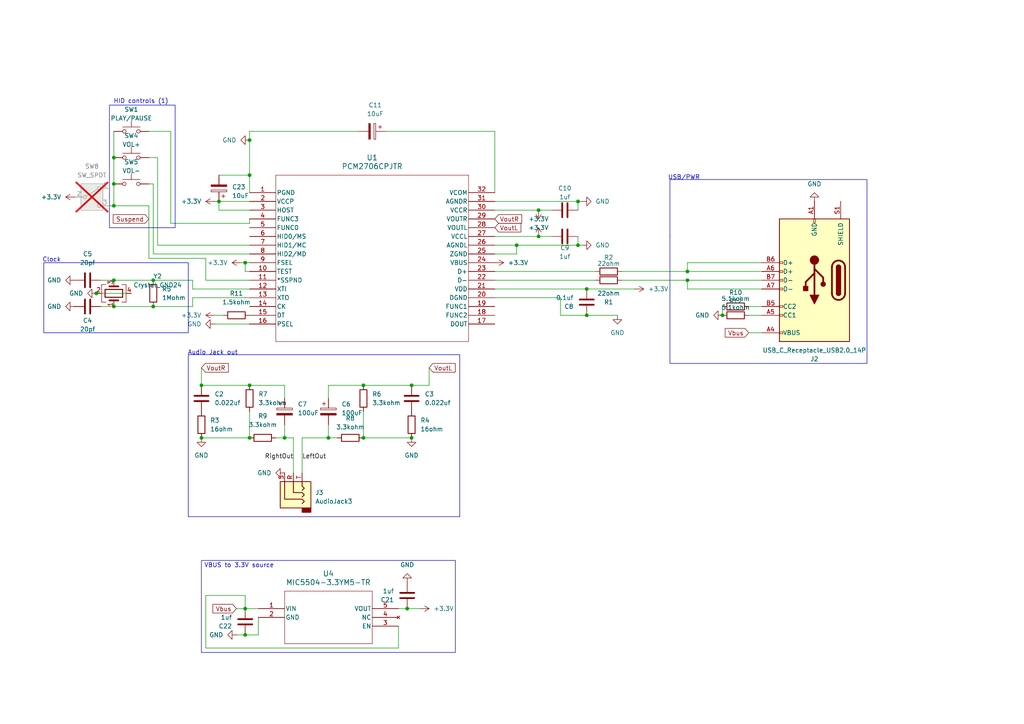
<source format=kicad_sch>
(kicad_sch
	(version 20231120)
	(generator "eeschema")
	(generator_version "8.0")
	(uuid "7baf9a31-bee6-4839-b2a0-7d3e1eb81c1f")
	(paper "A4")
	(title_block
		(title "12v Charger-aux combo")
		(date "2024-08-17")
		(rev "0")
		(company "Nicholas Alan West")
	)
	(lib_symbols
		(symbol "Connector:USB_C_Receptacle_USB2.0_14P"
			(pin_names
				(offset 1.016)
			)
			(exclude_from_sim no)
			(in_bom yes)
			(on_board yes)
			(property "Reference" "J"
				(at 0 22.225 0)
				(effects
					(font
						(size 1.27 1.27)
					)
				)
			)
			(property "Value" "USB_C_Receptacle_USB2.0_14P"
				(at 0 19.685 0)
				(effects
					(font
						(size 1.27 1.27)
					)
				)
			)
			(property "Footprint" ""
				(at 3.81 0 0)
				(effects
					(font
						(size 1.27 1.27)
					)
					(hide yes)
				)
			)
			(property "Datasheet" "https://www.usb.org/sites/default/files/documents/usb_type-c.zip"
				(at 3.81 0 0)
				(effects
					(font
						(size 1.27 1.27)
					)
					(hide yes)
				)
			)
			(property "Description" "USB 2.0-only 14P Type-C Receptacle connector"
				(at 0 0 0)
				(effects
					(font
						(size 1.27 1.27)
					)
					(hide yes)
				)
			)
			(property "ki_keywords" "usb universal serial bus type-C USB2.0"
				(at 0 0 0)
				(effects
					(font
						(size 1.27 1.27)
					)
					(hide yes)
				)
			)
			(property "ki_fp_filters" "USB*C*Receptacle*"
				(at 0 0 0)
				(effects
					(font
						(size 1.27 1.27)
					)
					(hide yes)
				)
			)
			(symbol "USB_C_Receptacle_USB2.0_14P_0_0"
				(rectangle
					(start -0.254 -17.78)
					(end 0.254 -16.764)
					(stroke
						(width 0)
						(type default)
					)
					(fill
						(type none)
					)
				)
				(rectangle
					(start 10.16 -4.826)
					(end 9.144 -5.334)
					(stroke
						(width 0)
						(type default)
					)
					(fill
						(type none)
					)
				)
				(rectangle
					(start 10.16 -2.286)
					(end 9.144 -2.794)
					(stroke
						(width 0)
						(type default)
					)
					(fill
						(type none)
					)
				)
				(rectangle
					(start 10.16 0.254)
					(end 9.144 -0.254)
					(stroke
						(width 0)
						(type default)
					)
					(fill
						(type none)
					)
				)
				(rectangle
					(start 10.16 2.794)
					(end 9.144 2.286)
					(stroke
						(width 0)
						(type default)
					)
					(fill
						(type none)
					)
				)
				(rectangle
					(start 10.16 7.874)
					(end 9.144 7.366)
					(stroke
						(width 0)
						(type default)
					)
					(fill
						(type none)
					)
				)
				(rectangle
					(start 10.16 10.414)
					(end 9.144 9.906)
					(stroke
						(width 0)
						(type default)
					)
					(fill
						(type none)
					)
				)
				(rectangle
					(start 10.16 15.494)
					(end 9.144 14.986)
					(stroke
						(width 0)
						(type default)
					)
					(fill
						(type none)
					)
				)
			)
			(symbol "USB_C_Receptacle_USB2.0_14P_0_1"
				(rectangle
					(start -10.16 17.78)
					(end 10.16 -17.78)
					(stroke
						(width 0.254)
						(type default)
					)
					(fill
						(type background)
					)
				)
				(arc
					(start -8.89 -3.81)
					(mid -6.985 -5.7067)
					(end -5.08 -3.81)
					(stroke
						(width 0.508)
						(type default)
					)
					(fill
						(type none)
					)
				)
				(arc
					(start -7.62 -3.81)
					(mid -6.985 -4.4423)
					(end -6.35 -3.81)
					(stroke
						(width 0.254)
						(type default)
					)
					(fill
						(type none)
					)
				)
				(arc
					(start -7.62 -3.81)
					(mid -6.985 -4.4423)
					(end -6.35 -3.81)
					(stroke
						(width 0.254)
						(type default)
					)
					(fill
						(type outline)
					)
				)
				(rectangle
					(start -7.62 -3.81)
					(end -6.35 3.81)
					(stroke
						(width 0.254)
						(type default)
					)
					(fill
						(type outline)
					)
				)
				(arc
					(start -6.35 3.81)
					(mid -6.985 4.4423)
					(end -7.62 3.81)
					(stroke
						(width 0.254)
						(type default)
					)
					(fill
						(type none)
					)
				)
				(arc
					(start -6.35 3.81)
					(mid -6.985 4.4423)
					(end -7.62 3.81)
					(stroke
						(width 0.254)
						(type default)
					)
					(fill
						(type outline)
					)
				)
				(arc
					(start -5.08 3.81)
					(mid -6.985 5.7067)
					(end -8.89 3.81)
					(stroke
						(width 0.508)
						(type default)
					)
					(fill
						(type none)
					)
				)
				(circle
					(center -2.54 1.143)
					(radius 0.635)
					(stroke
						(width 0.254)
						(type default)
					)
					(fill
						(type outline)
					)
				)
				(circle
					(center 0 -5.842)
					(radius 1.27)
					(stroke
						(width 0)
						(type default)
					)
					(fill
						(type outline)
					)
				)
				(polyline
					(pts
						(xy -8.89 -3.81) (xy -8.89 3.81)
					)
					(stroke
						(width 0.508)
						(type default)
					)
					(fill
						(type none)
					)
				)
				(polyline
					(pts
						(xy -5.08 3.81) (xy -5.08 -3.81)
					)
					(stroke
						(width 0.508)
						(type default)
					)
					(fill
						(type none)
					)
				)
				(polyline
					(pts
						(xy 0 -5.842) (xy 0 4.318)
					)
					(stroke
						(width 0.508)
						(type default)
					)
					(fill
						(type none)
					)
				)
				(polyline
					(pts
						(xy 0 -3.302) (xy -2.54 -0.762) (xy -2.54 0.508)
					)
					(stroke
						(width 0.508)
						(type default)
					)
					(fill
						(type none)
					)
				)
				(polyline
					(pts
						(xy 0 -2.032) (xy 2.54 0.508) (xy 2.54 1.778)
					)
					(stroke
						(width 0.508)
						(type default)
					)
					(fill
						(type none)
					)
				)
				(polyline
					(pts
						(xy -1.27 4.318) (xy 0 6.858) (xy 1.27 4.318) (xy -1.27 4.318)
					)
					(stroke
						(width 0.254)
						(type default)
					)
					(fill
						(type outline)
					)
				)
				(rectangle
					(start 1.905 1.778)
					(end 3.175 3.048)
					(stroke
						(width 0.254)
						(type default)
					)
					(fill
						(type outline)
					)
				)
			)
			(symbol "USB_C_Receptacle_USB2.0_14P_1_1"
				(pin passive line
					(at 0 -22.86 90)
					(length 5.08)
					(name "GND"
						(effects
							(font
								(size 1.27 1.27)
							)
						)
					)
					(number "A1"
						(effects
							(font
								(size 1.27 1.27)
							)
						)
					)
				)
				(pin passive line
					(at 0 -22.86 90)
					(length 5.08) hide
					(name "GND"
						(effects
							(font
								(size 1.27 1.27)
							)
						)
					)
					(number "A12"
						(effects
							(font
								(size 1.27 1.27)
							)
						)
					)
				)
				(pin passive line
					(at 15.24 15.24 180)
					(length 5.08)
					(name "VBUS"
						(effects
							(font
								(size 1.27 1.27)
							)
						)
					)
					(number "A4"
						(effects
							(font
								(size 1.27 1.27)
							)
						)
					)
				)
				(pin bidirectional line
					(at 15.24 10.16 180)
					(length 5.08)
					(name "CC1"
						(effects
							(font
								(size 1.27 1.27)
							)
						)
					)
					(number "A5"
						(effects
							(font
								(size 1.27 1.27)
							)
						)
					)
				)
				(pin bidirectional line
					(at 15.24 -2.54 180)
					(length 5.08)
					(name "D+"
						(effects
							(font
								(size 1.27 1.27)
							)
						)
					)
					(number "A6"
						(effects
							(font
								(size 1.27 1.27)
							)
						)
					)
				)
				(pin bidirectional line
					(at 15.24 2.54 180)
					(length 5.08)
					(name "D-"
						(effects
							(font
								(size 1.27 1.27)
							)
						)
					)
					(number "A7"
						(effects
							(font
								(size 1.27 1.27)
							)
						)
					)
				)
				(pin passive line
					(at 15.24 15.24 180)
					(length 5.08) hide
					(name "VBUS"
						(effects
							(font
								(size 1.27 1.27)
							)
						)
					)
					(number "A9"
						(effects
							(font
								(size 1.27 1.27)
							)
						)
					)
				)
				(pin passive line
					(at 0 -22.86 90)
					(length 5.08) hide
					(name "GND"
						(effects
							(font
								(size 1.27 1.27)
							)
						)
					)
					(number "B1"
						(effects
							(font
								(size 1.27 1.27)
							)
						)
					)
				)
				(pin passive line
					(at 0 -22.86 90)
					(length 5.08) hide
					(name "GND"
						(effects
							(font
								(size 1.27 1.27)
							)
						)
					)
					(number "B12"
						(effects
							(font
								(size 1.27 1.27)
							)
						)
					)
				)
				(pin passive line
					(at 15.24 15.24 180)
					(length 5.08) hide
					(name "VBUS"
						(effects
							(font
								(size 1.27 1.27)
							)
						)
					)
					(number "B4"
						(effects
							(font
								(size 1.27 1.27)
							)
						)
					)
				)
				(pin bidirectional line
					(at 15.24 7.62 180)
					(length 5.08)
					(name "CC2"
						(effects
							(font
								(size 1.27 1.27)
							)
						)
					)
					(number "B5"
						(effects
							(font
								(size 1.27 1.27)
							)
						)
					)
				)
				(pin bidirectional line
					(at 15.24 -5.08 180)
					(length 5.08)
					(name "D+"
						(effects
							(font
								(size 1.27 1.27)
							)
						)
					)
					(number "B6"
						(effects
							(font
								(size 1.27 1.27)
							)
						)
					)
				)
				(pin bidirectional line
					(at 15.24 0 180)
					(length 5.08)
					(name "D-"
						(effects
							(font
								(size 1.27 1.27)
							)
						)
					)
					(number "B7"
						(effects
							(font
								(size 1.27 1.27)
							)
						)
					)
				)
				(pin passive line
					(at 15.24 15.24 180)
					(length 5.08) hide
					(name "VBUS"
						(effects
							(font
								(size 1.27 1.27)
							)
						)
					)
					(number "B9"
						(effects
							(font
								(size 1.27 1.27)
							)
						)
					)
				)
				(pin passive line
					(at -7.62 -22.86 90)
					(length 5.08)
					(name "SHIELD"
						(effects
							(font
								(size 1.27 1.27)
							)
						)
					)
					(number "S1"
						(effects
							(font
								(size 1.27 1.27)
							)
						)
					)
				)
			)
		)
		(symbol "Connector_Audio:AudioJack3"
			(exclude_from_sim no)
			(in_bom yes)
			(on_board yes)
			(property "Reference" "J"
				(at 0 8.89 0)
				(effects
					(font
						(size 1.27 1.27)
					)
				)
			)
			(property "Value" "AudioJack3"
				(at 0 6.35 0)
				(effects
					(font
						(size 1.27 1.27)
					)
				)
			)
			(property "Footprint" ""
				(at 0 0 0)
				(effects
					(font
						(size 1.27 1.27)
					)
					(hide yes)
				)
			)
			(property "Datasheet" "~"
				(at 0 0 0)
				(effects
					(font
						(size 1.27 1.27)
					)
					(hide yes)
				)
			)
			(property "Description" "Audio Jack, 3 Poles (Stereo / TRS)"
				(at 0 0 0)
				(effects
					(font
						(size 1.27 1.27)
					)
					(hide yes)
				)
			)
			(property "ki_keywords" "audio jack receptacle stereo headphones phones TRS connector"
				(at 0 0 0)
				(effects
					(font
						(size 1.27 1.27)
					)
					(hide yes)
				)
			)
			(property "ki_fp_filters" "Jack*"
				(at 0 0 0)
				(effects
					(font
						(size 1.27 1.27)
					)
					(hide yes)
				)
			)
			(symbol "AudioJack3_0_1"
				(rectangle
					(start -5.08 -5.08)
					(end -6.35 -2.54)
					(stroke
						(width 0.254)
						(type default)
					)
					(fill
						(type outline)
					)
				)
				(polyline
					(pts
						(xy 0 -2.54) (xy 0.635 -3.175) (xy 1.27 -2.54) (xy 2.54 -2.54)
					)
					(stroke
						(width 0.254)
						(type default)
					)
					(fill
						(type none)
					)
				)
				(polyline
					(pts
						(xy -1.905 -2.54) (xy -1.27 -3.175) (xy -0.635 -2.54) (xy -0.635 0) (xy 2.54 0)
					)
					(stroke
						(width 0.254)
						(type default)
					)
					(fill
						(type none)
					)
				)
				(polyline
					(pts
						(xy 2.54 2.54) (xy -2.54 2.54) (xy -2.54 -2.54) (xy -3.175 -3.175) (xy -3.81 -2.54)
					)
					(stroke
						(width 0.254)
						(type default)
					)
					(fill
						(type none)
					)
				)
				(rectangle
					(start 2.54 3.81)
					(end -5.08 -5.08)
					(stroke
						(width 0.254)
						(type default)
					)
					(fill
						(type background)
					)
				)
			)
			(symbol "AudioJack3_1_1"
				(pin passive line
					(at 5.08 0 180)
					(length 2.54)
					(name "~"
						(effects
							(font
								(size 1.27 1.27)
							)
						)
					)
					(number "R"
						(effects
							(font
								(size 1.27 1.27)
							)
						)
					)
				)
				(pin passive line
					(at 5.08 2.54 180)
					(length 2.54)
					(name "~"
						(effects
							(font
								(size 1.27 1.27)
							)
						)
					)
					(number "S"
						(effects
							(font
								(size 1.27 1.27)
							)
						)
					)
				)
				(pin passive line
					(at 5.08 -2.54 180)
					(length 2.54)
					(name "~"
						(effects
							(font
								(size 1.27 1.27)
							)
						)
					)
					(number "T"
						(effects
							(font
								(size 1.27 1.27)
							)
						)
					)
				)
			)
		)
		(symbol "Device:C"
			(pin_numbers hide)
			(pin_names
				(offset 0.254)
			)
			(exclude_from_sim no)
			(in_bom yes)
			(on_board yes)
			(property "Reference" "C"
				(at 0.635 2.54 0)
				(effects
					(font
						(size 1.27 1.27)
					)
					(justify left)
				)
			)
			(property "Value" "C"
				(at 0.635 -2.54 0)
				(effects
					(font
						(size 1.27 1.27)
					)
					(justify left)
				)
			)
			(property "Footprint" ""
				(at 0.9652 -3.81 0)
				(effects
					(font
						(size 1.27 1.27)
					)
					(hide yes)
				)
			)
			(property "Datasheet" "~"
				(at 0 0 0)
				(effects
					(font
						(size 1.27 1.27)
					)
					(hide yes)
				)
			)
			(property "Description" "Unpolarized capacitor"
				(at 0 0 0)
				(effects
					(font
						(size 1.27 1.27)
					)
					(hide yes)
				)
			)
			(property "ki_keywords" "cap capacitor"
				(at 0 0 0)
				(effects
					(font
						(size 1.27 1.27)
					)
					(hide yes)
				)
			)
			(property "ki_fp_filters" "C_*"
				(at 0 0 0)
				(effects
					(font
						(size 1.27 1.27)
					)
					(hide yes)
				)
			)
			(symbol "C_0_1"
				(polyline
					(pts
						(xy -2.032 -0.762) (xy 2.032 -0.762)
					)
					(stroke
						(width 0.508)
						(type default)
					)
					(fill
						(type none)
					)
				)
				(polyline
					(pts
						(xy -2.032 0.762) (xy 2.032 0.762)
					)
					(stroke
						(width 0.508)
						(type default)
					)
					(fill
						(type none)
					)
				)
			)
			(symbol "C_1_1"
				(pin passive line
					(at 0 3.81 270)
					(length 2.794)
					(name "~"
						(effects
							(font
								(size 1.27 1.27)
							)
						)
					)
					(number "1"
						(effects
							(font
								(size 1.27 1.27)
							)
						)
					)
				)
				(pin passive line
					(at 0 -3.81 90)
					(length 2.794)
					(name "~"
						(effects
							(font
								(size 1.27 1.27)
							)
						)
					)
					(number "2"
						(effects
							(font
								(size 1.27 1.27)
							)
						)
					)
				)
			)
		)
		(symbol "Device:C_Polarized"
			(pin_numbers hide)
			(pin_names
				(offset 0.254)
			)
			(exclude_from_sim no)
			(in_bom yes)
			(on_board yes)
			(property "Reference" "C"
				(at 0.635 2.54 0)
				(effects
					(font
						(size 1.27 1.27)
					)
					(justify left)
				)
			)
			(property "Value" "C_Polarized"
				(at 0.635 -2.54 0)
				(effects
					(font
						(size 1.27 1.27)
					)
					(justify left)
				)
			)
			(property "Footprint" ""
				(at 0.9652 -3.81 0)
				(effects
					(font
						(size 1.27 1.27)
					)
					(hide yes)
				)
			)
			(property "Datasheet" "~"
				(at 0 0 0)
				(effects
					(font
						(size 1.27 1.27)
					)
					(hide yes)
				)
			)
			(property "Description" "Polarized capacitor"
				(at 0 0 0)
				(effects
					(font
						(size 1.27 1.27)
					)
					(hide yes)
				)
			)
			(property "ki_keywords" "cap capacitor"
				(at 0 0 0)
				(effects
					(font
						(size 1.27 1.27)
					)
					(hide yes)
				)
			)
			(property "ki_fp_filters" "CP_*"
				(at 0 0 0)
				(effects
					(font
						(size 1.27 1.27)
					)
					(hide yes)
				)
			)
			(symbol "C_Polarized_0_1"
				(rectangle
					(start -2.286 0.508)
					(end 2.286 1.016)
					(stroke
						(width 0)
						(type default)
					)
					(fill
						(type none)
					)
				)
				(polyline
					(pts
						(xy -1.778 2.286) (xy -0.762 2.286)
					)
					(stroke
						(width 0)
						(type default)
					)
					(fill
						(type none)
					)
				)
				(polyline
					(pts
						(xy -1.27 2.794) (xy -1.27 1.778)
					)
					(stroke
						(width 0)
						(type default)
					)
					(fill
						(type none)
					)
				)
				(rectangle
					(start 2.286 -0.508)
					(end -2.286 -1.016)
					(stroke
						(width 0)
						(type default)
					)
					(fill
						(type outline)
					)
				)
			)
			(symbol "C_Polarized_1_1"
				(pin passive line
					(at 0 3.81 270)
					(length 2.794)
					(name "~"
						(effects
							(font
								(size 1.27 1.27)
							)
						)
					)
					(number "1"
						(effects
							(font
								(size 1.27 1.27)
							)
						)
					)
				)
				(pin passive line
					(at 0 -3.81 90)
					(length 2.794)
					(name "~"
						(effects
							(font
								(size 1.27 1.27)
							)
						)
					)
					(number "2"
						(effects
							(font
								(size 1.27 1.27)
							)
						)
					)
				)
			)
		)
		(symbol "Device:Crystal_GND24"
			(pin_names
				(offset 1.016) hide)
			(exclude_from_sim no)
			(in_bom yes)
			(on_board yes)
			(property "Reference" "Y"
				(at 3.175 5.08 0)
				(effects
					(font
						(size 1.27 1.27)
					)
					(justify left)
				)
			)
			(property "Value" "Crystal_GND24"
				(at 3.175 3.175 0)
				(effects
					(font
						(size 1.27 1.27)
					)
					(justify left)
				)
			)
			(property "Footprint" ""
				(at 0 0 0)
				(effects
					(font
						(size 1.27 1.27)
					)
					(hide yes)
				)
			)
			(property "Datasheet" "~"
				(at 0 0 0)
				(effects
					(font
						(size 1.27 1.27)
					)
					(hide yes)
				)
			)
			(property "Description" "Four pin crystal, GND on pins 2 and 4"
				(at 0 0 0)
				(effects
					(font
						(size 1.27 1.27)
					)
					(hide yes)
				)
			)
			(property "ki_keywords" "quartz ceramic resonator oscillator"
				(at 0 0 0)
				(effects
					(font
						(size 1.27 1.27)
					)
					(hide yes)
				)
			)
			(property "ki_fp_filters" "Crystal*"
				(at 0 0 0)
				(effects
					(font
						(size 1.27 1.27)
					)
					(hide yes)
				)
			)
			(symbol "Crystal_GND24_0_1"
				(rectangle
					(start -1.143 2.54)
					(end 1.143 -2.54)
					(stroke
						(width 0.3048)
						(type default)
					)
					(fill
						(type none)
					)
				)
				(polyline
					(pts
						(xy -2.54 0) (xy -2.032 0)
					)
					(stroke
						(width 0)
						(type default)
					)
					(fill
						(type none)
					)
				)
				(polyline
					(pts
						(xy -2.032 -1.27) (xy -2.032 1.27)
					)
					(stroke
						(width 0.508)
						(type default)
					)
					(fill
						(type none)
					)
				)
				(polyline
					(pts
						(xy 0 -3.81) (xy 0 -3.556)
					)
					(stroke
						(width 0)
						(type default)
					)
					(fill
						(type none)
					)
				)
				(polyline
					(pts
						(xy 0 3.556) (xy 0 3.81)
					)
					(stroke
						(width 0)
						(type default)
					)
					(fill
						(type none)
					)
				)
				(polyline
					(pts
						(xy 2.032 -1.27) (xy 2.032 1.27)
					)
					(stroke
						(width 0.508)
						(type default)
					)
					(fill
						(type none)
					)
				)
				(polyline
					(pts
						(xy 2.032 0) (xy 2.54 0)
					)
					(stroke
						(width 0)
						(type default)
					)
					(fill
						(type none)
					)
				)
				(polyline
					(pts
						(xy -2.54 -2.286) (xy -2.54 -3.556) (xy 2.54 -3.556) (xy 2.54 -2.286)
					)
					(stroke
						(width 0)
						(type default)
					)
					(fill
						(type none)
					)
				)
				(polyline
					(pts
						(xy -2.54 2.286) (xy -2.54 3.556) (xy 2.54 3.556) (xy 2.54 2.286)
					)
					(stroke
						(width 0)
						(type default)
					)
					(fill
						(type none)
					)
				)
			)
			(symbol "Crystal_GND24_1_1"
				(pin passive line
					(at -3.81 0 0)
					(length 1.27)
					(name "1"
						(effects
							(font
								(size 1.27 1.27)
							)
						)
					)
					(number "1"
						(effects
							(font
								(size 1.27 1.27)
							)
						)
					)
				)
				(pin passive line
					(at 0 5.08 270)
					(length 1.27)
					(name "2"
						(effects
							(font
								(size 1.27 1.27)
							)
						)
					)
					(number "2"
						(effects
							(font
								(size 1.27 1.27)
							)
						)
					)
				)
				(pin passive line
					(at 3.81 0 180)
					(length 1.27)
					(name "3"
						(effects
							(font
								(size 1.27 1.27)
							)
						)
					)
					(number "3"
						(effects
							(font
								(size 1.27 1.27)
							)
						)
					)
				)
				(pin passive line
					(at 0 -5.08 90)
					(length 1.27)
					(name "4"
						(effects
							(font
								(size 1.27 1.27)
							)
						)
					)
					(number "4"
						(effects
							(font
								(size 1.27 1.27)
							)
						)
					)
				)
			)
		)
		(symbol "Device:R"
			(pin_numbers hide)
			(pin_names
				(offset 0)
			)
			(exclude_from_sim no)
			(in_bom yes)
			(on_board yes)
			(property "Reference" "R"
				(at 2.032 0 90)
				(effects
					(font
						(size 1.27 1.27)
					)
				)
			)
			(property "Value" "R"
				(at 0 0 90)
				(effects
					(font
						(size 1.27 1.27)
					)
				)
			)
			(property "Footprint" ""
				(at -1.778 0 90)
				(effects
					(font
						(size 1.27 1.27)
					)
					(hide yes)
				)
			)
			(property "Datasheet" "~"
				(at 0 0 0)
				(effects
					(font
						(size 1.27 1.27)
					)
					(hide yes)
				)
			)
			(property "Description" "Resistor"
				(at 0 0 0)
				(effects
					(font
						(size 1.27 1.27)
					)
					(hide yes)
				)
			)
			(property "ki_keywords" "R res resistor"
				(at 0 0 0)
				(effects
					(font
						(size 1.27 1.27)
					)
					(hide yes)
				)
			)
			(property "ki_fp_filters" "R_*"
				(at 0 0 0)
				(effects
					(font
						(size 1.27 1.27)
					)
					(hide yes)
				)
			)
			(symbol "R_0_1"
				(rectangle
					(start -1.016 -2.54)
					(end 1.016 2.54)
					(stroke
						(width 0.254)
						(type default)
					)
					(fill
						(type none)
					)
				)
			)
			(symbol "R_1_1"
				(pin passive line
					(at 0 3.81 270)
					(length 1.27)
					(name "~"
						(effects
							(font
								(size 1.27 1.27)
							)
						)
					)
					(number "1"
						(effects
							(font
								(size 1.27 1.27)
							)
						)
					)
				)
				(pin passive line
					(at 0 -3.81 90)
					(length 1.27)
					(name "~"
						(effects
							(font
								(size 1.27 1.27)
							)
						)
					)
					(number "2"
						(effects
							(font
								(size 1.27 1.27)
							)
						)
					)
				)
			)
		)
		(symbol "MIC5504-3.3YM5:MIC5504-3.3YM5-TR"
			(pin_names
				(offset 0.254)
			)
			(exclude_from_sim no)
			(in_bom yes)
			(on_board yes)
			(property "Reference" "U"
				(at 20.32 10.16 0)
				(effects
					(font
						(size 1.524 1.524)
					)
				)
			)
			(property "Value" "MIC5504-3.3YM5-TR"
				(at 20.32 7.62 0)
				(effects
					(font
						(size 1.524 1.524)
					)
				)
			)
			(property "Footprint" "SOT-23-5_MC_MCH"
				(at 0 0 0)
				(effects
					(font
						(size 1.27 1.27)
						(italic yes)
					)
					(hide yes)
				)
			)
			(property "Datasheet" "MIC5504-3.3YM5-TR"
				(at 0 0 0)
				(effects
					(font
						(size 1.27 1.27)
						(italic yes)
					)
					(hide yes)
				)
			)
			(property "Description" ""
				(at 0 0 0)
				(effects
					(font
						(size 1.27 1.27)
					)
					(hide yes)
				)
			)
			(property "ki_locked" ""
				(at 0 0 0)
				(effects
					(font
						(size 1.27 1.27)
					)
				)
			)
			(property "ki_keywords" "MIC5504-3.3YM5-TR"
				(at 0 0 0)
				(effects
					(font
						(size 1.27 1.27)
					)
					(hide yes)
				)
			)
			(property "ki_fp_filters" "SOT-23-5_MC_MCH SOT-23-5_MC_MCH-M SOT-23-5_MC_MCH-L"
				(at 0 0 0)
				(effects
					(font
						(size 1.27 1.27)
					)
					(hide yes)
				)
			)
			(symbol "MIC5504-3.3YM5-TR_0_1"
				(polyline
					(pts
						(xy 7.62 -10.16) (xy 33.02 -10.16)
					)
					(stroke
						(width 0.127)
						(type default)
					)
					(fill
						(type none)
					)
				)
				(polyline
					(pts
						(xy 7.62 5.08) (xy 7.62 -10.16)
					)
					(stroke
						(width 0.127)
						(type default)
					)
					(fill
						(type none)
					)
				)
				(polyline
					(pts
						(xy 33.02 -10.16) (xy 33.02 5.08)
					)
					(stroke
						(width 0.127)
						(type default)
					)
					(fill
						(type none)
					)
				)
				(polyline
					(pts
						(xy 33.02 5.08) (xy 7.62 5.08)
					)
					(stroke
						(width 0.127)
						(type default)
					)
					(fill
						(type none)
					)
				)
				(pin input line
					(at 0 0 0)
					(length 7.62)
					(name "VIN"
						(effects
							(font
								(size 1.27 1.27)
							)
						)
					)
					(number "1"
						(effects
							(font
								(size 1.27 1.27)
							)
						)
					)
				)
				(pin power_in line
					(at 0 -2.54 0)
					(length 7.62)
					(name "GND"
						(effects
							(font
								(size 1.27 1.27)
							)
						)
					)
					(number "2"
						(effects
							(font
								(size 1.27 1.27)
							)
						)
					)
				)
				(pin input line
					(at 40.64 -5.08 180)
					(length 7.62)
					(name "EN"
						(effects
							(font
								(size 1.27 1.27)
							)
						)
					)
					(number "3"
						(effects
							(font
								(size 1.27 1.27)
							)
						)
					)
				)
				(pin no_connect line
					(at 40.64 -2.54 180)
					(length 7.62)
					(name "NC"
						(effects
							(font
								(size 1.27 1.27)
							)
						)
					)
					(number "4"
						(effects
							(font
								(size 1.27 1.27)
							)
						)
					)
				)
				(pin output line
					(at 40.64 0 180)
					(length 7.62)
					(name "VOUT"
						(effects
							(font
								(size 1.27 1.27)
							)
						)
					)
					(number "5"
						(effects
							(font
								(size 1.27 1.27)
							)
						)
					)
				)
			)
		)
		(symbol "PCM2706C:PCM2706CPJTR"
			(pin_names
				(offset 0.254)
			)
			(exclude_from_sim no)
			(in_bom yes)
			(on_board yes)
			(property "Reference" "U"
				(at 35.56 10.16 0)
				(effects
					(font
						(size 1.524 1.524)
					)
				)
			)
			(property "Value" "PCM2706CPJTR"
				(at 35.56 7.62 0)
				(effects
					(font
						(size 1.524 1.524)
					)
				)
			)
			(property "Footprint" "PJT32"
				(at 0 0 0)
				(effects
					(font
						(size 1.27 1.27)
						(italic yes)
					)
					(hide yes)
				)
			)
			(property "Datasheet" "PCM2706CPJTR"
				(at 0 0 0)
				(effects
					(font
						(size 1.27 1.27)
						(italic yes)
					)
					(hide yes)
				)
			)
			(property "Description" ""
				(at 0 0 0)
				(effects
					(font
						(size 1.27 1.27)
					)
					(hide yes)
				)
			)
			(property "ki_locked" ""
				(at 0 0 0)
				(effects
					(font
						(size 1.27 1.27)
					)
				)
			)
			(property "ki_keywords" "PCM2706CPJTR"
				(at 0 0 0)
				(effects
					(font
						(size 1.27 1.27)
					)
					(hide yes)
				)
			)
			(property "ki_fp_filters" "PJT32 PJT32-M PJT32-L"
				(at 0 0 0)
				(effects
					(font
						(size 1.27 1.27)
					)
					(hide yes)
				)
			)
			(symbol "PCM2706CPJTR_0_1"
				(polyline
					(pts
						(xy 7.62 -43.18) (xy 63.5 -43.18)
					)
					(stroke
						(width 0.127)
						(type default)
					)
					(fill
						(type none)
					)
				)
				(polyline
					(pts
						(xy 7.62 5.08) (xy 7.62 -43.18)
					)
					(stroke
						(width 0.127)
						(type default)
					)
					(fill
						(type none)
					)
				)
				(polyline
					(pts
						(xy 63.5 -43.18) (xy 63.5 5.08)
					)
					(stroke
						(width 0.127)
						(type default)
					)
					(fill
						(type none)
					)
				)
				(polyline
					(pts
						(xy 63.5 5.08) (xy 7.62 5.08)
					)
					(stroke
						(width 0.127)
						(type default)
					)
					(fill
						(type none)
					)
				)
				(pin power_in line
					(at 0 0 0)
					(length 7.62)
					(name "PGND"
						(effects
							(font
								(size 1.27 1.27)
							)
						)
					)
					(number "1"
						(effects
							(font
								(size 1.27 1.27)
							)
						)
					)
				)
				(pin input line
					(at 0 -22.86 0)
					(length 7.62)
					(name "TEST"
						(effects
							(font
								(size 1.27 1.27)
							)
						)
					)
					(number "10"
						(effects
							(font
								(size 1.27 1.27)
							)
						)
					)
				)
				(pin output line
					(at 0 -25.4 0)
					(length 7.62)
					(name "*SSPND"
						(effects
							(font
								(size 1.27 1.27)
							)
						)
					)
					(number "11"
						(effects
							(font
								(size 1.27 1.27)
							)
						)
					)
				)
				(pin input line
					(at 0 -27.94 0)
					(length 7.62)
					(name "XTI"
						(effects
							(font
								(size 1.27 1.27)
							)
						)
					)
					(number "12"
						(effects
							(font
								(size 1.27 1.27)
							)
						)
					)
				)
				(pin output line
					(at 0 -30.48 0)
					(length 7.62)
					(name "XTO"
						(effects
							(font
								(size 1.27 1.27)
							)
						)
					)
					(number "13"
						(effects
							(font
								(size 1.27 1.27)
							)
						)
					)
				)
				(pin output line
					(at 0 -33.02 0)
					(length 7.62)
					(name "CK"
						(effects
							(font
								(size 1.27 1.27)
							)
						)
					)
					(number "14"
						(effects
							(font
								(size 1.27 1.27)
							)
						)
					)
				)
				(pin bidirectional line
					(at 0 -35.56 0)
					(length 7.62)
					(name "DT"
						(effects
							(font
								(size 1.27 1.27)
							)
						)
					)
					(number "15"
						(effects
							(font
								(size 1.27 1.27)
							)
						)
					)
				)
				(pin input line
					(at 0 -38.1 0)
					(length 7.62)
					(name "PSEL"
						(effects
							(font
								(size 1.27 1.27)
							)
						)
					)
					(number "16"
						(effects
							(font
								(size 1.27 1.27)
							)
						)
					)
				)
				(pin output line
					(at 71.12 -38.1 180)
					(length 7.62)
					(name "DOUT"
						(effects
							(font
								(size 1.27 1.27)
							)
						)
					)
					(number "17"
						(effects
							(font
								(size 1.27 1.27)
							)
						)
					)
				)
				(pin bidirectional line
					(at 71.12 -35.56 180)
					(length 7.62)
					(name "FUNC2"
						(effects
							(font
								(size 1.27 1.27)
							)
						)
					)
					(number "18"
						(effects
							(font
								(size 1.27 1.27)
							)
						)
					)
				)
				(pin bidirectional line
					(at 71.12 -33.02 180)
					(length 7.62)
					(name "FUNC1"
						(effects
							(font
								(size 1.27 1.27)
							)
						)
					)
					(number "19"
						(effects
							(font
								(size 1.27 1.27)
							)
						)
					)
				)
				(pin power_in line
					(at 0 -2.54 0)
					(length 7.62)
					(name "VCCP"
						(effects
							(font
								(size 1.27 1.27)
							)
						)
					)
					(number "2"
						(effects
							(font
								(size 1.27 1.27)
							)
						)
					)
				)
				(pin power_in line
					(at 71.12 -30.48 180)
					(length 7.62)
					(name "DGND"
						(effects
							(font
								(size 1.27 1.27)
							)
						)
					)
					(number "20"
						(effects
							(font
								(size 1.27 1.27)
							)
						)
					)
				)
				(pin power_in line
					(at 71.12 -27.94 180)
					(length 7.62)
					(name "VDD"
						(effects
							(font
								(size 1.27 1.27)
							)
						)
					)
					(number "21"
						(effects
							(font
								(size 1.27 1.27)
							)
						)
					)
				)
				(pin bidirectional line
					(at 71.12 -25.4 180)
					(length 7.62)
					(name "D-"
						(effects
							(font
								(size 1.27 1.27)
							)
						)
					)
					(number "22"
						(effects
							(font
								(size 1.27 1.27)
							)
						)
					)
				)
				(pin bidirectional line
					(at 71.12 -22.86 180)
					(length 7.62)
					(name "D+"
						(effects
							(font
								(size 1.27 1.27)
							)
						)
					)
					(number "23"
						(effects
							(font
								(size 1.27 1.27)
							)
						)
					)
				)
				(pin power_in line
					(at 71.12 -20.32 180)
					(length 7.62)
					(name "VBUS"
						(effects
							(font
								(size 1.27 1.27)
							)
						)
					)
					(number "24"
						(effects
							(font
								(size 1.27 1.27)
							)
						)
					)
				)
				(pin power_in line
					(at 71.12 -17.78 180)
					(length 7.62)
					(name "ZGND"
						(effects
							(font
								(size 1.27 1.27)
							)
						)
					)
					(number "25"
						(effects
							(font
								(size 1.27 1.27)
							)
						)
					)
				)
				(pin power_in line
					(at 71.12 -15.24 180)
					(length 7.62)
					(name "AGNDL"
						(effects
							(font
								(size 1.27 1.27)
							)
						)
					)
					(number "26"
						(effects
							(font
								(size 1.27 1.27)
							)
						)
					)
				)
				(pin power_in line
					(at 71.12 -12.7 180)
					(length 7.62)
					(name "VCCL"
						(effects
							(font
								(size 1.27 1.27)
							)
						)
					)
					(number "27"
						(effects
							(font
								(size 1.27 1.27)
							)
						)
					)
				)
				(pin output line
					(at 71.12 -10.16 180)
					(length 7.62)
					(name "VOUTL"
						(effects
							(font
								(size 1.27 1.27)
							)
						)
					)
					(number "28"
						(effects
							(font
								(size 1.27 1.27)
							)
						)
					)
				)
				(pin output line
					(at 71.12 -7.62 180)
					(length 7.62)
					(name "VOUTR"
						(effects
							(font
								(size 1.27 1.27)
							)
						)
					)
					(number "29"
						(effects
							(font
								(size 1.27 1.27)
							)
						)
					)
				)
				(pin input line
					(at 0 -5.08 0)
					(length 7.62)
					(name "HOST"
						(effects
							(font
								(size 1.27 1.27)
							)
						)
					)
					(number "3"
						(effects
							(font
								(size 1.27 1.27)
							)
						)
					)
				)
				(pin power_in line
					(at 71.12 -5.08 180)
					(length 7.62)
					(name "VCCR"
						(effects
							(font
								(size 1.27 1.27)
							)
						)
					)
					(number "30"
						(effects
							(font
								(size 1.27 1.27)
							)
						)
					)
				)
				(pin power_in line
					(at 71.12 -2.54 180)
					(length 7.62)
					(name "AGNDR"
						(effects
							(font
								(size 1.27 1.27)
							)
						)
					)
					(number "31"
						(effects
							(font
								(size 1.27 1.27)
							)
						)
					)
				)
				(pin power_in line
					(at 71.12 0 180)
					(length 7.62)
					(name "VCOM"
						(effects
							(font
								(size 1.27 1.27)
							)
						)
					)
					(number "32"
						(effects
							(font
								(size 1.27 1.27)
							)
						)
					)
				)
				(pin input line
					(at 0 -7.62 0)
					(length 7.62)
					(name "FUNC3"
						(effects
							(font
								(size 1.27 1.27)
							)
						)
					)
					(number "4"
						(effects
							(font
								(size 1.27 1.27)
							)
						)
					)
				)
				(pin bidirectional line
					(at 0 -10.16 0)
					(length 7.62)
					(name "FUNC0"
						(effects
							(font
								(size 1.27 1.27)
							)
						)
					)
					(number "5"
						(effects
							(font
								(size 1.27 1.27)
							)
						)
					)
				)
				(pin input line
					(at 0 -12.7 0)
					(length 7.62)
					(name "HID0/MS"
						(effects
							(font
								(size 1.27 1.27)
							)
						)
					)
					(number "6"
						(effects
							(font
								(size 1.27 1.27)
							)
						)
					)
				)
				(pin input line
					(at 0 -15.24 0)
					(length 7.62)
					(name "HID1/MC"
						(effects
							(font
								(size 1.27 1.27)
							)
						)
					)
					(number "7"
						(effects
							(font
								(size 1.27 1.27)
							)
						)
					)
				)
				(pin input line
					(at 0 -17.78 0)
					(length 7.62)
					(name "HID2/MD"
						(effects
							(font
								(size 1.27 1.27)
							)
						)
					)
					(number "8"
						(effects
							(font
								(size 1.27 1.27)
							)
						)
					)
				)
				(pin input line
					(at 0 -20.32 0)
					(length 7.62)
					(name "FSEL"
						(effects
							(font
								(size 1.27 1.27)
							)
						)
					)
					(number "9"
						(effects
							(font
								(size 1.27 1.27)
							)
						)
					)
				)
			)
		)
		(symbol "Switch:SW_Push"
			(pin_numbers hide)
			(pin_names
				(offset 1.016) hide)
			(exclude_from_sim no)
			(in_bom yes)
			(on_board yes)
			(property "Reference" "SW"
				(at 1.27 2.54 0)
				(effects
					(font
						(size 1.27 1.27)
					)
					(justify left)
				)
			)
			(property "Value" "SW_Push"
				(at 0 -1.524 0)
				(effects
					(font
						(size 1.27 1.27)
					)
				)
			)
			(property "Footprint" ""
				(at 0 5.08 0)
				(effects
					(font
						(size 1.27 1.27)
					)
					(hide yes)
				)
			)
			(property "Datasheet" "~"
				(at 0 5.08 0)
				(effects
					(font
						(size 1.27 1.27)
					)
					(hide yes)
				)
			)
			(property "Description" "Push button switch, generic, two pins"
				(at 0 0 0)
				(effects
					(font
						(size 1.27 1.27)
					)
					(hide yes)
				)
			)
			(property "ki_keywords" "switch normally-open pushbutton push-button"
				(at 0 0 0)
				(effects
					(font
						(size 1.27 1.27)
					)
					(hide yes)
				)
			)
			(symbol "SW_Push_0_1"
				(circle
					(center -2.032 0)
					(radius 0.508)
					(stroke
						(width 0)
						(type default)
					)
					(fill
						(type none)
					)
				)
				(polyline
					(pts
						(xy 0 1.27) (xy 0 3.048)
					)
					(stroke
						(width 0)
						(type default)
					)
					(fill
						(type none)
					)
				)
				(polyline
					(pts
						(xy 2.54 1.27) (xy -2.54 1.27)
					)
					(stroke
						(width 0)
						(type default)
					)
					(fill
						(type none)
					)
				)
				(circle
					(center 2.032 0)
					(radius 0.508)
					(stroke
						(width 0)
						(type default)
					)
					(fill
						(type none)
					)
				)
				(pin passive line
					(at -5.08 0 0)
					(length 2.54)
					(name "1"
						(effects
							(font
								(size 1.27 1.27)
							)
						)
					)
					(number "1"
						(effects
							(font
								(size 1.27 1.27)
							)
						)
					)
				)
				(pin passive line
					(at 5.08 0 180)
					(length 2.54)
					(name "2"
						(effects
							(font
								(size 1.27 1.27)
							)
						)
					)
					(number "2"
						(effects
							(font
								(size 1.27 1.27)
							)
						)
					)
				)
			)
		)
		(symbol "Switch:SW_SPDT"
			(pin_names
				(offset 0) hide)
			(exclude_from_sim no)
			(in_bom yes)
			(on_board yes)
			(property "Reference" "SW"
				(at 0 5.08 0)
				(effects
					(font
						(size 1.27 1.27)
					)
				)
			)
			(property "Value" "SW_SPDT"
				(at 0 -5.08 0)
				(effects
					(font
						(size 1.27 1.27)
					)
				)
			)
			(property "Footprint" ""
				(at 0 0 0)
				(effects
					(font
						(size 1.27 1.27)
					)
					(hide yes)
				)
			)
			(property "Datasheet" "~"
				(at 0 -7.62 0)
				(effects
					(font
						(size 1.27 1.27)
					)
					(hide yes)
				)
			)
			(property "Description" "Switch, single pole double throw"
				(at 0 0 0)
				(effects
					(font
						(size 1.27 1.27)
					)
					(hide yes)
				)
			)
			(property "ki_keywords" "switch single-pole double-throw spdt ON-ON"
				(at 0 0 0)
				(effects
					(font
						(size 1.27 1.27)
					)
					(hide yes)
				)
			)
			(symbol "SW_SPDT_0_1"
				(circle
					(center -2.032 0)
					(radius 0.4572)
					(stroke
						(width 0)
						(type default)
					)
					(fill
						(type none)
					)
				)
				(polyline
					(pts
						(xy -1.651 0.254) (xy 1.651 2.286)
					)
					(stroke
						(width 0)
						(type default)
					)
					(fill
						(type none)
					)
				)
				(circle
					(center 2.032 -2.54)
					(radius 0.4572)
					(stroke
						(width 0)
						(type default)
					)
					(fill
						(type none)
					)
				)
				(circle
					(center 2.032 2.54)
					(radius 0.4572)
					(stroke
						(width 0)
						(type default)
					)
					(fill
						(type none)
					)
				)
			)
			(symbol "SW_SPDT_1_1"
				(rectangle
					(start -3.175 3.81)
					(end 3.175 -3.81)
					(stroke
						(width 0)
						(type default)
					)
					(fill
						(type background)
					)
				)
				(pin passive line
					(at 5.08 2.54 180)
					(length 2.54)
					(name "A"
						(effects
							(font
								(size 1.27 1.27)
							)
						)
					)
					(number "1"
						(effects
							(font
								(size 1.27 1.27)
							)
						)
					)
				)
				(pin passive line
					(at -5.08 0 0)
					(length 2.54)
					(name "B"
						(effects
							(font
								(size 1.27 1.27)
							)
						)
					)
					(number "2"
						(effects
							(font
								(size 1.27 1.27)
							)
						)
					)
				)
				(pin passive line
					(at 5.08 -2.54 180)
					(length 2.54)
					(name "C"
						(effects
							(font
								(size 1.27 1.27)
							)
						)
					)
					(number "3"
						(effects
							(font
								(size 1.27 1.27)
							)
						)
					)
				)
			)
		)
		(symbol "power:+3.3V"
			(power)
			(pin_numbers hide)
			(pin_names
				(offset 0) hide)
			(exclude_from_sim no)
			(in_bom yes)
			(on_board yes)
			(property "Reference" "#PWR"
				(at 0 -3.81 0)
				(effects
					(font
						(size 1.27 1.27)
					)
					(hide yes)
				)
			)
			(property "Value" "+3.3V"
				(at 0 3.556 0)
				(effects
					(font
						(size 1.27 1.27)
					)
				)
			)
			(property "Footprint" ""
				(at 0 0 0)
				(effects
					(font
						(size 1.27 1.27)
					)
					(hide yes)
				)
			)
			(property "Datasheet" ""
				(at 0 0 0)
				(effects
					(font
						(size 1.27 1.27)
					)
					(hide yes)
				)
			)
			(property "Description" "Power symbol creates a global label with name \"+3.3V\""
				(at 0 0 0)
				(effects
					(font
						(size 1.27 1.27)
					)
					(hide yes)
				)
			)
			(property "ki_keywords" "global power"
				(at 0 0 0)
				(effects
					(font
						(size 1.27 1.27)
					)
					(hide yes)
				)
			)
			(symbol "+3.3V_0_1"
				(polyline
					(pts
						(xy -0.762 1.27) (xy 0 2.54)
					)
					(stroke
						(width 0)
						(type default)
					)
					(fill
						(type none)
					)
				)
				(polyline
					(pts
						(xy 0 0) (xy 0 2.54)
					)
					(stroke
						(width 0)
						(type default)
					)
					(fill
						(type none)
					)
				)
				(polyline
					(pts
						(xy 0 2.54) (xy 0.762 1.27)
					)
					(stroke
						(width 0)
						(type default)
					)
					(fill
						(type none)
					)
				)
			)
			(symbol "+3.3V_1_1"
				(pin power_in line
					(at 0 0 90)
					(length 0)
					(name "~"
						(effects
							(font
								(size 1.27 1.27)
							)
						)
					)
					(number "1"
						(effects
							(font
								(size 1.27 1.27)
							)
						)
					)
				)
			)
		)
		(symbol "power:GND"
			(power)
			(pin_numbers hide)
			(pin_names
				(offset 0) hide)
			(exclude_from_sim no)
			(in_bom yes)
			(on_board yes)
			(property "Reference" "#PWR"
				(at 0 -6.35 0)
				(effects
					(font
						(size 1.27 1.27)
					)
					(hide yes)
				)
			)
			(property "Value" "GND"
				(at 0 -3.81 0)
				(effects
					(font
						(size 1.27 1.27)
					)
				)
			)
			(property "Footprint" ""
				(at 0 0 0)
				(effects
					(font
						(size 1.27 1.27)
					)
					(hide yes)
				)
			)
			(property "Datasheet" ""
				(at 0 0 0)
				(effects
					(font
						(size 1.27 1.27)
					)
					(hide yes)
				)
			)
			(property "Description" "Power symbol creates a global label with name \"GND\" , ground"
				(at 0 0 0)
				(effects
					(font
						(size 1.27 1.27)
					)
					(hide yes)
				)
			)
			(property "ki_keywords" "global power"
				(at 0 0 0)
				(effects
					(font
						(size 1.27 1.27)
					)
					(hide yes)
				)
			)
			(symbol "GND_0_1"
				(polyline
					(pts
						(xy 0 0) (xy 0 -1.27) (xy 1.27 -1.27) (xy 0 -2.54) (xy -1.27 -1.27) (xy 0 -1.27)
					)
					(stroke
						(width 0)
						(type default)
					)
					(fill
						(type none)
					)
				)
			)
			(symbol "GND_1_1"
				(pin power_in line
					(at 0 0 270)
					(length 0)
					(name "~"
						(effects
							(font
								(size 1.27 1.27)
							)
						)
					)
					(number "1"
						(effects
							(font
								(size 1.27 1.27)
							)
						)
					)
				)
			)
		)
	)
	(junction
		(at 44.45 88.9)
		(diameter 0)
		(color 0 0 0 0)
		(uuid "183d13ab-bc05-4300-99a1-b26cd6ab0387")
	)
	(junction
		(at 118.11 176.53)
		(diameter 0)
		(color 0 0 0 0)
		(uuid "1a03b6d4-73ba-4112-8329-c22c036796b2")
	)
	(junction
		(at 95.25 127)
		(diameter 0)
		(color 0 0 0 0)
		(uuid "231bd06c-37f9-48c3-b57e-89d03e1b25a7")
	)
	(junction
		(at 119.38 127)
		(diameter 0)
		(color 0 0 0 0)
		(uuid "25cde075-74da-4a6b-a9a1-4b35f14cedc5")
	)
	(junction
		(at 71.12 184.15)
		(diameter 0)
		(color 0 0 0 0)
		(uuid "2651d308-266c-4c9c-910f-03456147f198")
	)
	(junction
		(at 82.55 127)
		(diameter 0)
		(color 0 0 0 0)
		(uuid "2d3ac9ff-420b-41c3-81c7-840d52a475e0")
	)
	(junction
		(at 63.5 58.42)
		(diameter 0)
		(color 0 0 0 0)
		(uuid "3216927d-2149-4beb-b926-af82162d5838")
	)
	(junction
		(at 33.02 88.9)
		(diameter 0)
		(color 0 0 0 0)
		(uuid "368fff42-822e-486f-bf36-197da9ed50f6")
	)
	(junction
		(at 167.64 58.42)
		(diameter 0)
		(color 0 0 0 0)
		(uuid "36ff5c5d-795f-41a9-a252-cf01182c460d")
	)
	(junction
		(at 105.41 127)
		(diameter 0)
		(color 0 0 0 0)
		(uuid "3e2fb3a5-a305-48a4-8bfc-514c7214683e")
	)
	(junction
		(at 105.41 111.76)
		(diameter 0)
		(color 0 0 0 0)
		(uuid "40c1d627-e08f-4a55-890d-d13385c2bf80")
	)
	(junction
		(at 199.39 81.28)
		(diameter 0)
		(color 0 0 0 0)
		(uuid "4beaa708-0dd9-44e5-abac-f0232bc2b653")
	)
	(junction
		(at 72.39 50.8)
		(diameter 0)
		(color 0 0 0 0)
		(uuid "4ff95412-9ed7-4d90-9af4-bff5733c096c")
	)
	(junction
		(at 209.55 91.44)
		(diameter 0)
		(color 0 0 0 0)
		(uuid "5894a6dd-78cd-4d6b-88d7-2aff7488f65b")
	)
	(junction
		(at 170.18 91.44)
		(diameter 0)
		(color 0 0 0 0)
		(uuid "6114b549-dd1f-4f47-b332-ed89783f341c")
	)
	(junction
		(at 170.18 83.82)
		(diameter 0)
		(color 0 0 0 0)
		(uuid "6b1a1580-3a74-4909-8f34-fdac27b675b0")
	)
	(junction
		(at 72.39 127)
		(diameter 0)
		(color 0 0 0 0)
		(uuid "71e89c58-24f1-4756-bc17-e9e7ac3e99f3")
	)
	(junction
		(at 71.12 76.2)
		(diameter 0)
		(color 0 0 0 0)
		(uuid "77743690-b172-4788-af46-486c79c21a56")
	)
	(junction
		(at 44.45 81.28)
		(diameter 0)
		(color 0 0 0 0)
		(uuid "809f6be4-ef7a-4b94-a9e2-55988eda2b03")
	)
	(junction
		(at 119.38 111.76)
		(diameter 0)
		(color 0 0 0 0)
		(uuid "828395ee-be83-46c6-b278-c62a01cdff89")
	)
	(junction
		(at 33.02 53.34)
		(diameter 0)
		(color 0 0 0 0)
		(uuid "8496ec5e-47c8-4a49-9342-e227e2b2a497")
	)
	(junction
		(at 156.21 68.58)
		(diameter 0)
		(color 0 0 0 0)
		(uuid "8ee47aab-1656-4c62-854d-2162d718c4be")
	)
	(junction
		(at 72.39 111.76)
		(diameter 0)
		(color 0 0 0 0)
		(uuid "9388536b-7989-406f-a2b9-c706c1647060")
	)
	(junction
		(at 58.42 127)
		(diameter 0)
		(color 0 0 0 0)
		(uuid "98801c53-8023-4e6c-b5cd-a14c44b9277e")
	)
	(junction
		(at 72.39 40.64)
		(diameter 0)
		(color 0 0 0 0)
		(uuid "c310b42f-a301-4b86-9035-386f09b7367a")
	)
	(junction
		(at 33.02 81.28)
		(diameter 0)
		(color 0 0 0 0)
		(uuid "cefc73db-1d95-47fc-810e-4a1af40975fc")
	)
	(junction
		(at 33.02 59.69)
		(diameter 0)
		(color 0 0 0 0)
		(uuid "d320d02c-1a43-4251-8e3a-81ccb0605999")
	)
	(junction
		(at 27.94 85.09)
		(diameter 0)
		(color 0 0 0 0)
		(uuid "d37fe835-1dfd-492c-b26b-ae2bc135894c")
	)
	(junction
		(at 199.39 78.74)
		(diameter 0)
		(color 0 0 0 0)
		(uuid "df69fa50-1a08-49f9-97b4-a0e3f8f58da9")
	)
	(junction
		(at 149.86 71.12)
		(diameter 0)
		(color 0 0 0 0)
		(uuid "e066402e-f47e-4b32-84e9-2e5ddfc511e7")
	)
	(junction
		(at 156.21 60.96)
		(diameter 0)
		(color 0 0 0 0)
		(uuid "ec5edfe9-bf8f-44cd-a605-875f21b1d0a7")
	)
	(junction
		(at 167.64 71.12)
		(diameter 0)
		(color 0 0 0 0)
		(uuid "f00cea34-c550-448c-b065-e84d02147b6e")
	)
	(junction
		(at 33.02 45.72)
		(diameter 0)
		(color 0 0 0 0)
		(uuid "f6242296-545f-4bed-bd37-a4dbb4c621f8")
	)
	(junction
		(at 58.42 111.76)
		(diameter 0)
		(color 0 0 0 0)
		(uuid "fba084de-ad1b-4969-b5ee-362ba984275d")
	)
	(junction
		(at 71.12 176.53)
		(diameter 0)
		(color 0 0 0 0)
		(uuid "fc0faf77-3fce-4528-a10e-aa284f53bf0a")
	)
	(wire
		(pts
			(xy 71.12 176.53) (xy 74.93 176.53)
		)
		(stroke
			(width 0)
			(type default)
		)
		(uuid "00fe386a-ca7e-4920-8bf3-dfe461cef7e8")
	)
	(wire
		(pts
			(xy 69.85 76.2) (xy 71.12 76.2)
		)
		(stroke
			(width 0)
			(type default)
		)
		(uuid "01973c3d-5bad-46b9-95ed-5fb2136b236b")
	)
	(wire
		(pts
			(xy 62.23 58.42) (xy 63.5 58.42)
		)
		(stroke
			(width 0)
			(type default)
		)
		(uuid "078a1471-71d8-49a3-a892-888295e14aa7")
	)
	(wire
		(pts
			(xy 143.51 38.1) (xy 111.76 38.1)
		)
		(stroke
			(width 0)
			(type default)
		)
		(uuid "0b4fba3d-060a-472f-bf92-334f1a9817f4")
	)
	(wire
		(pts
			(xy 121.92 176.53) (xy 118.11 176.53)
		)
		(stroke
			(width 0)
			(type default)
		)
		(uuid "12491ee3-00b1-439e-ae4a-02925ab20894")
	)
	(wire
		(pts
			(xy 172.72 78.74) (xy 143.51 78.74)
		)
		(stroke
			(width 0)
			(type default)
		)
		(uuid "14f46775-21ee-492a-b711-3b257f8ae538")
	)
	(wire
		(pts
			(xy 118.11 176.53) (xy 115.57 176.53)
		)
		(stroke
			(width 0)
			(type default)
		)
		(uuid "19c952be-c6c1-436b-94d8-32fd6b76d6ee")
	)
	(wire
		(pts
			(xy 44.45 73.66) (xy 72.39 73.66)
		)
		(stroke
			(width 0)
			(type default)
		)
		(uuid "1a570515-912f-433e-a581-29db7f871304")
	)
	(wire
		(pts
			(xy 72.39 86.36) (xy 55.88 86.36)
		)
		(stroke
			(width 0)
			(type default)
		)
		(uuid "1e2aa31a-039d-4b6e-9e57-f590568a7f6c")
	)
	(wire
		(pts
			(xy 87.63 127) (xy 87.63 137.16)
		)
		(stroke
			(width 0)
			(type default)
		)
		(uuid "1e93a793-64f1-4c57-bb57-55fcf6662e4a")
	)
	(wire
		(pts
			(xy 72.39 111.76) (xy 82.55 111.76)
		)
		(stroke
			(width 0)
			(type default)
		)
		(uuid "1f777932-97b7-4dea-94c6-6262bba2932d")
	)
	(wire
		(pts
			(xy 44.45 53.34) (xy 44.45 73.66)
		)
		(stroke
			(width 0)
			(type default)
		)
		(uuid "20ad826b-83dd-4dbb-89f3-0a19c6f4f0cf")
	)
	(wire
		(pts
			(xy 143.51 68.58) (xy 156.21 68.58)
		)
		(stroke
			(width 0)
			(type default)
		)
		(uuid "22fed4a8-9603-4976-a833-99597626ba38")
	)
	(wire
		(pts
			(xy 72.39 78.74) (xy 71.12 78.74)
		)
		(stroke
			(width 0)
			(type default)
		)
		(uuid "236ff637-e22a-4d27-add7-386d5d59286c")
	)
	(wire
		(pts
			(xy 68.58 184.15) (xy 71.12 184.15)
		)
		(stroke
			(width 0)
			(type default)
		)
		(uuid "25ec02c3-0556-429a-a81a-c40b1a265643")
	)
	(wire
		(pts
			(xy 33.02 45.72) (xy 33.02 53.34)
		)
		(stroke
			(width 0)
			(type default)
		)
		(uuid "27e551fd-6681-4eee-864a-6a0e9712d434")
	)
	(wire
		(pts
			(xy 95.25 111.76) (xy 95.25 115.57)
		)
		(stroke
			(width 0)
			(type default)
		)
		(uuid "28fde34e-f24b-44e7-936a-dcd6c76d0df5")
	)
	(wire
		(pts
			(xy 143.51 73.66) (xy 149.86 73.66)
		)
		(stroke
			(width 0)
			(type default)
		)
		(uuid "2d9a542a-4cf0-4dcc-9fc9-8e676fcc8661")
	)
	(wire
		(pts
			(xy 33.02 88.9) (xy 44.45 88.9)
		)
		(stroke
			(width 0)
			(type default)
		)
		(uuid "30054907-0e22-4bae-a265-ab81a9909c62")
	)
	(wire
		(pts
			(xy 59.69 74.93) (xy 43.18 74.93)
		)
		(stroke
			(width 0)
			(type default)
		)
		(uuid "324b3ce5-2c40-46ae-a292-1083ad9442c2")
	)
	(wire
		(pts
			(xy 95.25 111.76) (xy 105.41 111.76)
		)
		(stroke
			(width 0)
			(type default)
		)
		(uuid "39fc9b0a-4dba-4e3a-ad59-82820388b70c")
	)
	(wire
		(pts
			(xy 63.5 50.8) (xy 72.39 50.8)
		)
		(stroke
			(width 0)
			(type default)
		)
		(uuid "40921ad0-7d43-47ff-818c-1498e8dd6132")
	)
	(wire
		(pts
			(xy 43.18 74.93) (xy 43.18 59.69)
		)
		(stroke
			(width 0)
			(type default)
		)
		(uuid "4121e63d-bfd1-4f78-8241-614e2f7dec9b")
	)
	(wire
		(pts
			(xy 33.02 59.69) (xy 43.18 59.69)
		)
		(stroke
			(width 0)
			(type default)
		)
		(uuid "44ce6991-bee1-4dcd-8dca-14c78ee770cc")
	)
	(wire
		(pts
			(xy 44.45 81.28) (xy 55.88 81.28)
		)
		(stroke
			(width 0)
			(type default)
		)
		(uuid "4d4d5e03-a6eb-4a87-80d1-c067610c3188")
	)
	(wire
		(pts
			(xy 33.02 38.1) (xy 33.02 45.72)
		)
		(stroke
			(width 0)
			(type default)
		)
		(uuid "4f7e7b70-5cf3-4620-ab51-5afd74c21d9b")
	)
	(wire
		(pts
			(xy 180.34 81.28) (xy 199.39 81.28)
		)
		(stroke
			(width 0)
			(type default)
		)
		(uuid "54b06455-d5fe-4d00-a768-b448d3876dca")
	)
	(wire
		(pts
			(xy 43.18 53.34) (xy 44.45 53.34)
		)
		(stroke
			(width 0)
			(type default)
		)
		(uuid "57af6b5b-eaa5-4e2a-b1bc-d6fe86291b11")
	)
	(wire
		(pts
			(xy 59.69 81.28) (xy 59.69 74.93)
		)
		(stroke
			(width 0)
			(type default)
		)
		(uuid "5ae1b9a3-527c-46d9-b3c1-070c5c86f513")
	)
	(wire
		(pts
			(xy 45.72 71.12) (xy 72.39 71.12)
		)
		(stroke
			(width 0)
			(type default)
		)
		(uuid "5fd61241-d106-4aae-a99c-3aeff8da884e")
	)
	(wire
		(pts
			(xy 104.14 38.1) (xy 72.39 38.1)
		)
		(stroke
			(width 0)
			(type default)
		)
		(uuid "671fadd0-9427-416d-a0e5-249aa6fb034e")
	)
	(wire
		(pts
			(xy 220.98 91.44) (xy 217.17 91.44)
		)
		(stroke
			(width 0)
			(type default)
		)
		(uuid "674c9243-c27d-4959-a2b6-ed2b83c58277")
	)
	(wire
		(pts
			(xy 82.55 127) (xy 85.09 127)
		)
		(stroke
			(width 0)
			(type default)
		)
		(uuid "691e3e29-5380-4f5d-a88d-f7b2ef59b6e0")
	)
	(wire
		(pts
			(xy 29.21 81.28) (xy 33.02 81.28)
		)
		(stroke
			(width 0)
			(type default)
		)
		(uuid "6cd29efc-38cc-41be-843f-22c539480ef0")
	)
	(wire
		(pts
			(xy 105.41 111.76) (xy 119.38 111.76)
		)
		(stroke
			(width 0)
			(type default)
		)
		(uuid "6da2d364-c954-4747-8e8e-3957e06ad1a1")
	)
	(wire
		(pts
			(xy 72.39 83.82) (xy 55.88 83.82)
		)
		(stroke
			(width 0)
			(type default)
		)
		(uuid "6e2a58b9-a116-435f-9544-472d0a97bae0")
	)
	(wire
		(pts
			(xy 143.51 86.36) (xy 162.56 86.36)
		)
		(stroke
			(width 0)
			(type default)
		)
		(uuid "70fd9a1f-bd1b-4946-b800-632088f60e13")
	)
	(wire
		(pts
			(xy 172.72 81.28) (xy 143.51 81.28)
		)
		(stroke
			(width 0)
			(type default)
		)
		(uuid "7225fd85-c04b-457c-ae7d-b68d5592e57c")
	)
	(wire
		(pts
			(xy 71.12 172.72) (xy 71.12 176.53)
		)
		(stroke
			(width 0)
			(type default)
		)
		(uuid "726894f0-fef1-4b87-9462-e772eaa17d0f")
	)
	(wire
		(pts
			(xy 220.98 76.2) (xy 199.39 76.2)
		)
		(stroke
			(width 0)
			(type default)
		)
		(uuid "7314dded-ea75-477a-9c77-7e1b7f569f5c")
	)
	(wire
		(pts
			(xy 49.53 64.77) (xy 72.39 64.77)
		)
		(stroke
			(width 0)
			(type default)
		)
		(uuid "75958858-23a4-488b-847d-f6681f684429")
	)
	(wire
		(pts
			(xy 143.51 58.42) (xy 167.64 58.42)
		)
		(stroke
			(width 0)
			(type default)
		)
		(uuid "77726c47-3c35-4ae0-bc99-14c19f1ba18f")
	)
	(wire
		(pts
			(xy 149.86 71.12) (xy 167.64 71.12)
		)
		(stroke
			(width 0)
			(type default)
		)
		(uuid "783cf253-e51d-478f-9f08-14b00b7d6633")
	)
	(wire
		(pts
			(xy 58.42 111.76) (xy 72.39 111.76)
		)
		(stroke
			(width 0)
			(type default)
		)
		(uuid "7c60e9e9-9d4e-4db5-94a0-4a9980e456bd")
	)
	(wire
		(pts
			(xy 162.56 86.36) (xy 162.56 91.44)
		)
		(stroke
			(width 0)
			(type default)
		)
		(uuid "7fe879d2-1f1d-4852-910a-d2607a67f8d6")
	)
	(wire
		(pts
			(xy 167.64 71.12) (xy 168.91 71.12)
		)
		(stroke
			(width 0)
			(type default)
		)
		(uuid "7ff04866-286d-4c56-ae2e-135d6325f09b")
	)
	(wire
		(pts
			(xy 45.72 45.72) (xy 45.72 71.12)
		)
		(stroke
			(width 0)
			(type default)
		)
		(uuid "81858775-b99b-4296-a3bf-baa8d5c47b23")
	)
	(wire
		(pts
			(xy 180.34 78.74) (xy 199.39 78.74)
		)
		(stroke
			(width 0)
			(type default)
		)
		(uuid "8221a3ff-4119-45aa-96e8-eba44efd6a0e")
	)
	(wire
		(pts
			(xy 220.98 83.82) (xy 199.39 83.82)
		)
		(stroke
			(width 0)
			(type default)
		)
		(uuid "826ac098-4b1d-4a70-825e-df3879fa99b5")
	)
	(wire
		(pts
			(xy 33.02 53.34) (xy 33.02 59.69)
		)
		(stroke
			(width 0)
			(type default)
		)
		(uuid "83190d8a-dc94-4544-8751-02c0dbe23ed4")
	)
	(wire
		(pts
			(xy 95.25 123.19) (xy 95.25 127)
		)
		(stroke
			(width 0)
			(type default)
		)
		(uuid "850c04b4-b5c5-4704-89f0-078cf7f81422")
	)
	(wire
		(pts
			(xy 143.51 83.82) (xy 170.18 83.82)
		)
		(stroke
			(width 0)
			(type default)
		)
		(uuid "8558849d-698d-40bd-b1ef-1f793a36516c")
	)
	(wire
		(pts
			(xy 87.63 127) (xy 95.25 127)
		)
		(stroke
			(width 0)
			(type default)
		)
		(uuid "87d4cccb-5d09-4bd2-ac55-9d6ccbc21506")
	)
	(wire
		(pts
			(xy 72.39 38.1) (xy 72.39 40.64)
		)
		(stroke
			(width 0)
			(type default)
		)
		(uuid "88eb0404-8794-4340-916e-c1caa6317aca")
	)
	(wire
		(pts
			(xy 105.41 127) (xy 119.38 127)
		)
		(stroke
			(width 0)
			(type default)
		)
		(uuid "8ae5b441-793b-4876-a663-7adc9731da6e")
	)
	(wire
		(pts
			(xy 62.23 91.44) (xy 64.77 91.44)
		)
		(stroke
			(width 0)
			(type default)
		)
		(uuid "8bf26473-932b-4223-a2d4-1885f6ab84eb")
	)
	(wire
		(pts
			(xy 82.55 127) (xy 80.01 127)
		)
		(stroke
			(width 0)
			(type default)
		)
		(uuid "8d0e914d-2546-45f2-9e84-95c03642a9d9")
	)
	(wire
		(pts
			(xy 220.98 96.52) (xy 217.17 96.52)
		)
		(stroke
			(width 0)
			(type default)
		)
		(uuid "8de24695-c816-46e1-a82b-9d59c732dcf3")
	)
	(wire
		(pts
			(xy 55.88 88.9) (xy 44.45 88.9)
		)
		(stroke
			(width 0)
			(type default)
		)
		(uuid "8e91f92d-2633-4b70-84f9-91caaacd54a8")
	)
	(wire
		(pts
			(xy 72.39 50.8) (xy 72.39 55.88)
		)
		(stroke
			(width 0)
			(type default)
		)
		(uuid "92000aa4-ca3f-4565-aa2b-c4d41af09446")
	)
	(wire
		(pts
			(xy 143.51 60.96) (xy 156.21 60.96)
		)
		(stroke
			(width 0)
			(type default)
		)
		(uuid "9305e5f5-e022-4364-8e88-f61dcc0a6b56")
	)
	(wire
		(pts
			(xy 115.57 181.61) (xy 115.57 187.96)
		)
		(stroke
			(width 0)
			(type default)
		)
		(uuid "93559d54-4ec0-4b4e-9742-7c3d74df2278")
	)
	(wire
		(pts
			(xy 74.93 184.15) (xy 74.93 179.07)
		)
		(stroke
			(width 0)
			(type default)
		)
		(uuid "9752aeb6-0df5-4f71-95b9-62816ee2d804")
	)
	(wire
		(pts
			(xy 59.69 187.96) (xy 59.69 172.72)
		)
		(stroke
			(width 0)
			(type default)
		)
		(uuid "97e227e3-2f03-4a6b-b232-110209481fdc")
	)
	(wire
		(pts
			(xy 149.86 73.66) (xy 149.86 71.12)
		)
		(stroke
			(width 0)
			(type default)
		)
		(uuid "9828e5f7-d0ea-45f5-b37e-e0f8bbaf274d")
	)
	(wire
		(pts
			(xy 82.55 111.76) (xy 82.55 115.57)
		)
		(stroke
			(width 0)
			(type default)
		)
		(uuid "9ad45f4a-20de-448c-b9f1-5382c8df1c50")
	)
	(wire
		(pts
			(xy 115.57 187.96) (xy 59.69 187.96)
		)
		(stroke
			(width 0)
			(type default)
		)
		(uuid "9c50320f-b0d9-442a-8e89-3dd3d9c96fd6")
	)
	(wire
		(pts
			(xy 72.39 127) (xy 72.39 119.38)
		)
		(stroke
			(width 0)
			(type default)
		)
		(uuid "9f7e1659-f953-4925-85dd-f0dcdcb335e9")
	)
	(wire
		(pts
			(xy 220.98 81.28) (xy 199.39 81.28)
		)
		(stroke
			(width 0)
			(type default)
		)
		(uuid "9fe29c2f-95c7-49e8-a479-fa58fdfbff98")
	)
	(wire
		(pts
			(xy 168.91 58.42) (xy 167.64 58.42)
		)
		(stroke
			(width 0)
			(type default)
		)
		(uuid "a6dff990-d937-4e31-a84d-d507c7641d53")
	)
	(wire
		(pts
			(xy 72.39 40.64) (xy 72.39 50.8)
		)
		(stroke
			(width 0)
			(type default)
		)
		(uuid "a6e0be25-7dd2-411f-84bd-f70378f322f5")
	)
	(wire
		(pts
			(xy 143.51 55.88) (xy 143.51 38.1)
		)
		(stroke
			(width 0)
			(type default)
		)
		(uuid "a8f3c804-0f00-49c2-9215-127a8e2f3cf5")
	)
	(wire
		(pts
			(xy 105.41 127) (xy 105.41 119.38)
		)
		(stroke
			(width 0)
			(type default)
		)
		(uuid "ac55c41c-fb0f-4fb9-b380-f56f4b6f611a")
	)
	(wire
		(pts
			(xy 119.38 111.76) (xy 124.46 111.76)
		)
		(stroke
			(width 0)
			(type default)
		)
		(uuid "ac93fd6b-1be5-4a6b-89d8-4deba81a2943")
	)
	(wire
		(pts
			(xy 29.21 88.9) (xy 33.02 88.9)
		)
		(stroke
			(width 0)
			(type default)
		)
		(uuid "ad5e92c8-50e9-4a5e-a193-a7cdd110121f")
	)
	(wire
		(pts
			(xy 85.09 137.16) (xy 85.09 127)
		)
		(stroke
			(width 0)
			(type default)
		)
		(uuid "afba3cd8-fc1d-4e51-abdc-6125686670df")
	)
	(wire
		(pts
			(xy 71.12 76.2) (xy 72.39 76.2)
		)
		(stroke
			(width 0)
			(type default)
		)
		(uuid "b40bf87b-090c-431a-8cdd-d9e0b825c82a")
	)
	(wire
		(pts
			(xy 58.42 106.68) (xy 58.42 111.76)
		)
		(stroke
			(width 0)
			(type default)
		)
		(uuid "b45274ed-574c-43a9-8ced-4e1760ed0b01")
	)
	(wire
		(pts
			(xy 55.88 83.82) (xy 55.88 81.28)
		)
		(stroke
			(width 0)
			(type default)
		)
		(uuid "b6f6e65a-8218-477c-aad0-df82edaa0e61")
	)
	(wire
		(pts
			(xy 43.18 45.72) (xy 45.72 45.72)
		)
		(stroke
			(width 0)
			(type default)
		)
		(uuid "b7d98949-77b8-4724-b09c-11a1296d37ad")
	)
	(wire
		(pts
			(xy 167.64 68.58) (xy 167.64 71.12)
		)
		(stroke
			(width 0)
			(type default)
		)
		(uuid "bfcfa6ac-981d-45b3-98b6-e567d56e38e9")
	)
	(wire
		(pts
			(xy 199.39 83.82) (xy 199.39 81.28)
		)
		(stroke
			(width 0)
			(type default)
		)
		(uuid "c13ab5a2-35d9-4b43-992c-77ba03337bca")
	)
	(wire
		(pts
			(xy 143.51 71.12) (xy 149.86 71.12)
		)
		(stroke
			(width 0)
			(type default)
		)
		(uuid "c3629fd8-297a-422b-8d01-46efb2224ce1")
	)
	(wire
		(pts
			(xy 33.02 81.28) (xy 44.45 81.28)
		)
		(stroke
			(width 0)
			(type default)
		)
		(uuid "c597afed-60f2-45d4-a7d6-b70004e96e10")
	)
	(wire
		(pts
			(xy 184.15 83.82) (xy 170.18 83.82)
		)
		(stroke
			(width 0)
			(type default)
		)
		(uuid "c6790514-db30-4352-8336-d2c5bbd152b0")
	)
	(wire
		(pts
			(xy 156.21 60.96) (xy 160.02 60.96)
		)
		(stroke
			(width 0)
			(type default)
		)
		(uuid "c6a12459-a2b0-4bb1-b6fb-553d1fe500f4")
	)
	(wire
		(pts
			(xy 220.98 78.74) (xy 199.39 78.74)
		)
		(stroke
			(width 0)
			(type default)
		)
		(uuid "c7737a65-7813-4800-91dd-ce070cfc8949")
	)
	(polyline
		(pts
			(xy 194.31 68.58) (xy 194.31 68.58)
		)
		(stroke
			(width 0)
			(type default)
		)
		(uuid "cb07e7f2-cea6-4385-baf6-f094451306d1")
	)
	(wire
		(pts
			(xy 49.53 38.1) (xy 49.53 64.77)
		)
		(stroke
			(width 0)
			(type default)
		)
		(uuid "cbf26883-1040-49f5-a23e-586f946f3ce4")
	)
	(wire
		(pts
			(xy 199.39 78.74) (xy 199.39 76.2)
		)
		(stroke
			(width 0)
			(type default)
		)
		(uuid "cc82a47a-86c6-4dbf-8d9c-067fa50b2482")
	)
	(wire
		(pts
			(xy 162.56 91.44) (xy 170.18 91.44)
		)
		(stroke
			(width 0)
			(type default)
		)
		(uuid "ce88479a-fc1b-4d48-b1c7-5ea6886f3808")
	)
	(wire
		(pts
			(xy 209.55 88.9) (xy 209.55 91.44)
		)
		(stroke
			(width 0)
			(type default)
		)
		(uuid "cfbea8b3-9540-4c78-a1d3-b3a11bbc1d98")
	)
	(wire
		(pts
			(xy 72.39 64.77) (xy 72.39 63.5)
		)
		(stroke
			(width 0)
			(type default)
		)
		(uuid "d46c417d-d745-4159-9061-729fd3c96832")
	)
	(wire
		(pts
			(xy 156.21 68.58) (xy 160.02 68.58)
		)
		(stroke
			(width 0)
			(type default)
		)
		(uuid "d8e010b6-3fcc-4105-8566-167c4ddb255c")
	)
	(wire
		(pts
			(xy 62.23 93.98) (xy 72.39 93.98)
		)
		(stroke
			(width 0)
			(type default)
		)
		(uuid "d9e1141d-9c1f-4f58-9b4f-954ebdf80295")
	)
	(wire
		(pts
			(xy 63.5 60.96) (xy 63.5 58.42)
		)
		(stroke
			(width 0)
			(type default)
		)
		(uuid "db4142af-e112-4c41-892f-065939ffc749")
	)
	(wire
		(pts
			(xy 63.5 58.42) (xy 72.39 58.42)
		)
		(stroke
			(width 0)
			(type default)
		)
		(uuid "db7e65ad-3dab-44e3-80d1-ac78e75b59e9")
	)
	(wire
		(pts
			(xy 167.64 58.42) (xy 167.64 60.96)
		)
		(stroke
			(width 0)
			(type default)
		)
		(uuid "dcd69291-3fee-4ab0-b752-b1a47798e1d2")
	)
	(wire
		(pts
			(xy 220.98 88.9) (xy 217.17 88.9)
		)
		(stroke
			(width 0)
			(type default)
		)
		(uuid "decae004-fbaa-4097-9d44-0f5a07c94fed")
	)
	(wire
		(pts
			(xy 95.25 127) (xy 97.79 127)
		)
		(stroke
			(width 0)
			(type default)
		)
		(uuid "e0776586-ccaf-4420-8b3e-9168ff34e804")
	)
	(wire
		(pts
			(xy 59.69 172.72) (xy 71.12 172.72)
		)
		(stroke
			(width 0)
			(type default)
		)
		(uuid "e09edd4e-36d1-48be-9d52-339f7846ada9")
	)
	(wire
		(pts
			(xy 72.39 81.28) (xy 59.69 81.28)
		)
		(stroke
			(width 0)
			(type default)
		)
		(uuid "e559ca28-a474-4fef-88f4-f2436dc8fbb4")
	)
	(wire
		(pts
			(xy 43.18 38.1) (xy 49.53 38.1)
		)
		(stroke
			(width 0)
			(type default)
		)
		(uuid "e64e3ee8-a484-4e3b-8bb4-a9358b7738f3")
	)
	(wire
		(pts
			(xy 68.58 176.53) (xy 71.12 176.53)
		)
		(stroke
			(width 0)
			(type default)
		)
		(uuid "eb13baf8-12e5-4f0c-920d-df32b2463cb4")
	)
	(wire
		(pts
			(xy 71.12 184.15) (xy 74.93 184.15)
		)
		(stroke
			(width 0)
			(type default)
		)
		(uuid "eba1f178-0c4c-4188-b9d4-ab1a809cf3f6")
	)
	(wire
		(pts
			(xy 71.12 78.74) (xy 71.12 76.2)
		)
		(stroke
			(width 0)
			(type default)
		)
		(uuid "edee6367-fc20-41dc-8153-9075693919f3")
	)
	(wire
		(pts
			(xy 82.55 123.19) (xy 82.55 127)
		)
		(stroke
			(width 0)
			(type default)
		)
		(uuid "f0aff689-5fc3-4ff4-b7ee-ab47f730b75b")
	)
	(wire
		(pts
			(xy 55.88 86.36) (xy 55.88 88.9)
		)
		(stroke
			(width 0)
			(type default)
		)
		(uuid "f512349d-404e-42fd-9290-df089edf016b")
	)
	(wire
		(pts
			(xy 179.07 91.44) (xy 170.18 91.44)
		)
		(stroke
			(width 0)
			(type default)
		)
		(uuid "f550de90-5c3c-4497-a258-1539e04ce557")
	)
	(wire
		(pts
			(xy 63.5 60.96) (xy 72.39 60.96)
		)
		(stroke
			(width 0)
			(type default)
		)
		(uuid "f64ed110-37e6-413b-9590-77a6de10aa43")
	)
	(wire
		(pts
			(xy 58.42 127) (xy 72.39 127)
		)
		(stroke
			(width 0)
			(type default)
		)
		(uuid "f99dff25-ff95-4c0c-9abe-82966a67a464")
	)
	(wire
		(pts
			(xy 124.46 106.68) (xy 124.46 111.76)
		)
		(stroke
			(width 0)
			(type default)
		)
		(uuid "fb630f08-eb4d-44dc-b954-cf5a79f29e91")
	)
	(wire
		(pts
			(xy 31.75 59.69) (xy 33.02 59.69)
		)
		(stroke
			(width 0)
			(type default)
		)
		(uuid "fd3b6ea0-9cab-4742-99a0-6ee16de6f328")
	)
	(wire
		(pts
			(xy 27.94 85.09) (xy 38.1 85.09)
		)
		(stroke
			(width 0)
			(type default)
		)
		(uuid "ff14d1bb-0182-4d20-bfb4-f3bdd55ee98b")
	)
	(rectangle
		(start 58.42 162.56)
		(end 132.08 189.23)
		(stroke
			(width 0)
			(type default)
		)
		(fill
			(type none)
		)
		(uuid 1c30d506-a677-40f0-af08-0e7122d70c64)
	)
	(rectangle
		(start 54.61 102.87)
		(end 133.35 149.86)
		(stroke
			(width 0)
			(type default)
		)
		(fill
			(type none)
		)
		(uuid 2e6c43f8-48d9-4cb9-87c6-abaa7de0048d)
	)
	(rectangle
		(start 12.7 76.2)
		(end 54.61 96.52)
		(stroke
			(width 0)
			(type default)
		)
		(fill
			(type none)
		)
		(uuid 361da5da-2cd7-400b-be70-2b4ec7e4a17f)
	)
	(rectangle
		(start 194.31 52.07)
		(end 251.46 105.41)
		(stroke
			(width 0)
			(type default)
		)
		(fill
			(type none)
		)
		(uuid 7ff647d0-7f00-4086-96ca-521cfbe099c8)
	)
	(rectangle
		(start 31.75 30.48)
		(end 50.8 66.04)
		(stroke
			(width 0)
			(type default)
		)
		(fill
			(type none)
		)
		(uuid 90461244-dc68-4df4-92d9-67fba1fe048b)
	)
	(text "USB/PWR"
		(exclude_from_sim no)
		(at 198.374 51.562 0)
		(effects
			(font
				(size 1.27 1.27)
			)
		)
		(uuid "056d3981-cb4a-4cde-b4b0-ace29e8ab93b")
	)
	(text "HID controls (1)"
		(exclude_from_sim no)
		(at 40.894 29.464 0)
		(effects
			(font
				(size 1.27 1.27)
			)
		)
		(uuid "2a4a1b24-a83b-4999-a91b-ef25df741bbd")
	)
	(text "Audio Jack out"
		(exclude_from_sim no)
		(at 61.722 102.362 0)
		(effects
			(font
				(size 1.27 1.27)
			)
		)
		(uuid "39ce66c8-329d-4141-b0ac-773c77d7289d")
	)
	(text "Clock"
		(exclude_from_sim no)
		(at 14.986 75.438 0)
		(effects
			(font
				(size 1.27 1.27)
			)
		)
		(uuid "58c1fd16-4ded-425f-b772-41a5e6c270af")
	)
	(text "VBUS to 3.3V source"
		(exclude_from_sim no)
		(at 69.342 164.084 0)
		(effects
			(font
				(size 1.27 1.27)
			)
		)
		(uuid "e99945f4-0565-4f15-aa33-92194bf618b6")
	)
	(label "RightOut"
		(at 85.09 133.35 180)
		(fields_autoplaced yes)
		(effects
			(font
				(size 1.27 1.27)
			)
			(justify right bottom)
		)
		(uuid "030b1117-dd49-4236-8ff9-db906c21fd0e")
	)
	(label "LeftOut"
		(at 87.63 133.35 0)
		(fields_autoplaced yes)
		(effects
			(font
				(size 1.27 1.27)
			)
			(justify left bottom)
		)
		(uuid "453e51dd-c5e2-4713-8eac-badc3a347fda")
	)
	(global_label "Vbus"
		(shape input)
		(at 68.58 176.53 180)
		(fields_autoplaced yes)
		(effects
			(font
				(size 1.27 1.27)
			)
			(justify right)
		)
		(uuid "24b8046c-393a-454b-b663-8cc16b96b608")
		(property "Intersheetrefs" "${INTERSHEET_REFS}"
			(at 61.1801 176.53 0)
			(effects
				(font
					(size 1.27 1.27)
				)
				(justify right)
				(hide yes)
			)
		)
	)
	(global_label "VoutR"
		(shape input)
		(at 143.51 63.5 0)
		(fields_autoplaced yes)
		(effects
			(font
				(size 1.27 1.27)
			)
			(justify left)
		)
		(uuid "43a42100-1f82-4ced-b4f3-11e873f16642")
		(property "Intersheetrefs" "${INTERSHEET_REFS}"
			(at 151.8775 63.5 0)
			(effects
				(font
					(size 1.27 1.27)
				)
				(justify left)
				(hide yes)
			)
		)
	)
	(global_label "Vbus"
		(shape input)
		(at 217.17 96.52 180)
		(fields_autoplaced yes)
		(effects
			(font
				(size 1.27 1.27)
			)
			(justify right)
		)
		(uuid "5012fc26-0614-4286-b3a7-d8cf15309c90")
		(property "Intersheetrefs" "${INTERSHEET_REFS}"
			(at 209.7701 96.52 0)
			(effects
				(font
					(size 1.27 1.27)
				)
				(justify right)
				(hide yes)
			)
		)
	)
	(global_label "VoutL"
		(shape input)
		(at 124.46 106.68 0)
		(fields_autoplaced yes)
		(effects
			(font
				(size 1.27 1.27)
			)
			(justify left)
		)
		(uuid "72b97b01-8a70-41ef-bdf3-c2c5ca428d32")
		(property "Intersheetrefs" "${INTERSHEET_REFS}"
			(at 132.5856 106.68 0)
			(effects
				(font
					(size 1.27 1.27)
				)
				(justify left)
				(hide yes)
			)
		)
	)
	(global_label "VoutR"
		(shape input)
		(at 58.42 106.68 0)
		(fields_autoplaced yes)
		(effects
			(font
				(size 1.27 1.27)
			)
			(justify left)
		)
		(uuid "9165a3f6-23de-44bc-b245-e224f5af700d")
		(property "Intersheetrefs" "${INTERSHEET_REFS}"
			(at 66.7875 106.68 0)
			(effects
				(font
					(size 1.27 1.27)
				)
				(justify left)
				(hide yes)
			)
		)
	)
	(global_label "Suspend"
		(shape input)
		(at 43.18 63.5 180)
		(fields_autoplaced yes)
		(effects
			(font
				(size 1.27 1.27)
			)
			(justify right)
		)
		(uuid "c78c54c4-f525-4971-9a51-0ec7778fe1d4")
		(property "Intersheetrefs" "${INTERSHEET_REFS}"
			(at 32.2726 63.5 0)
			(effects
				(font
					(size 1.27 1.27)
				)
				(justify right)
				(hide yes)
			)
		)
	)
	(global_label "VoutL"
		(shape input)
		(at 143.51 66.04 0)
		(fields_autoplaced yes)
		(effects
			(font
				(size 1.27 1.27)
			)
			(justify left)
		)
		(uuid "cce82496-1df5-4b35-abdf-f9fa2a4b2e9a")
		(property "Intersheetrefs" "${INTERSHEET_REFS}"
			(at 151.6356 66.04 0)
			(effects
				(font
					(size 1.27 1.27)
				)
				(justify left)
				(hide yes)
			)
		)
	)
	(symbol
		(lib_id "power:GND")
		(at 118.11 168.91 180)
		(unit 1)
		(exclude_from_sim no)
		(in_bom yes)
		(on_board yes)
		(dnp no)
		(fields_autoplaced yes)
		(uuid "07144be2-73ba-4d78-8221-305de9dde963")
		(property "Reference" "#PWR027"
			(at 118.11 162.56 0)
			(effects
				(font
					(size 1.27 1.27)
				)
				(hide yes)
			)
		)
		(property "Value" "GND"
			(at 118.11 163.83 0)
			(effects
				(font
					(size 1.27 1.27)
				)
			)
		)
		(property "Footprint" ""
			(at 118.11 168.91 0)
			(effects
				(font
					(size 1.27 1.27)
				)
				(hide yes)
			)
		)
		(property "Datasheet" ""
			(at 118.11 168.91 0)
			(effects
				(font
					(size 1.27 1.27)
				)
				(hide yes)
			)
		)
		(property "Description" "Power symbol creates a global label with name \"GND\" , ground"
			(at 118.11 168.91 0)
			(effects
				(font
					(size 1.27 1.27)
				)
				(hide yes)
			)
		)
		(pin "1"
			(uuid "71b099a7-0f96-4c88-a9ed-d10c58591fc4")
		)
		(instances
			(project "usbAudio"
				(path "/7baf9a31-bee6-4839-b2a0-7d3e1eb81c1f"
					(reference "#PWR027")
					(unit 1)
				)
			)
		)
	)
	(symbol
		(lib_id "power:+3.3V")
		(at 156.21 68.58 0)
		(unit 1)
		(exclude_from_sim no)
		(in_bom yes)
		(on_board yes)
		(dnp no)
		(fields_autoplaced yes)
		(uuid "07630226-626d-4ac6-9e8b-641658c12bc0")
		(property "Reference" "#PWR013"
			(at 156.21 72.39 0)
			(effects
				(font
					(size 1.27 1.27)
				)
				(hide yes)
			)
		)
		(property "Value" "+3.3V"
			(at 156.21 63.5 0)
			(effects
				(font
					(size 1.27 1.27)
				)
			)
		)
		(property "Footprint" ""
			(at 156.21 68.58 0)
			(effects
				(font
					(size 1.27 1.27)
				)
				(hide yes)
			)
		)
		(property "Datasheet" ""
			(at 156.21 68.58 0)
			(effects
				(font
					(size 1.27 1.27)
				)
				(hide yes)
			)
		)
		(property "Description" "Power symbol creates a global label with name \"+3.3V\""
			(at 156.21 68.58 0)
			(effects
				(font
					(size 1.27 1.27)
				)
				(hide yes)
			)
		)
		(pin "1"
			(uuid "782c5a2d-7b0c-490c-a1ba-e93585f8c4a9")
		)
		(instances
			(project "usbAudio"
				(path "/7baf9a31-bee6-4839-b2a0-7d3e1eb81c1f"
					(reference "#PWR013")
					(unit 1)
				)
			)
		)
	)
	(symbol
		(lib_id "PCM2706C:PCM2706CPJTR")
		(at 72.39 55.88 0)
		(unit 1)
		(exclude_from_sim no)
		(in_bom yes)
		(on_board yes)
		(dnp no)
		(fields_autoplaced yes)
		(uuid "0815fd36-8b4d-4688-901b-b7eef67d3f2b")
		(property "Reference" "U1"
			(at 107.95 45.72 0)
			(effects
				(font
					(size 1.524 1.524)
				)
			)
		)
		(property "Value" "PCM2706CPJTR"
			(at 107.95 48.26 0)
			(effects
				(font
					(size 1.524 1.524)
				)
			)
		)
		(property "Footprint" "PCM270xC:PJT32"
			(at 72.39 55.88 0)
			(effects
				(font
					(size 1.27 1.27)
					(italic yes)
				)
				(hide yes)
			)
		)
		(property "Datasheet" "PCM2706CPJTR"
			(at 72.39 55.88 0)
			(effects
				(font
					(size 1.27 1.27)
					(italic yes)
				)
				(hide yes)
			)
		)
		(property "Description" ""
			(at 72.39 55.88 0)
			(effects
				(font
					(size 1.27 1.27)
				)
				(hide yes)
			)
		)
		(property "LCSC Part #" "C2651268"
			(at 72.39 55.88 0)
			(effects
				(font
					(size 1.27 1.27)
				)
				(hide yes)
			)
		)
		(pin "11"
			(uuid "49fb86e6-ad09-4c75-a7f3-b035cc6bc7c0")
		)
		(pin "26"
			(uuid "1fa3ba53-cc3a-4e3a-999e-aca2e3a0fd5a")
		)
		(pin "31"
			(uuid "6603bd3e-0e3f-453b-910e-49668691c104")
		)
		(pin "27"
			(uuid "1ff36ec1-7a16-435c-98e7-f6050556abd0")
		)
		(pin "14"
			(uuid "ca808ae1-942e-49ad-871a-bceb99c0a07d")
		)
		(pin "24"
			(uuid "21e1bfe1-ec19-4b23-8fca-8f734ee518f0")
		)
		(pin "4"
			(uuid "36d32735-49dc-42a4-8318-5aacf2f7676f")
		)
		(pin "28"
			(uuid "64b78a5f-e1af-4f18-bc7a-f499556af29b")
		)
		(pin "10"
			(uuid "a0352885-ce4f-4623-b93d-01e012505cb9")
		)
		(pin "17"
			(uuid "b9754518-da79-470c-9f54-e80b60cf813f")
		)
		(pin "12"
			(uuid "4e5a3547-9ca9-444b-9178-286c7d7ce70c")
		)
		(pin "13"
			(uuid "a341b09f-18aa-482f-a648-56d1446dc324")
		)
		(pin "19"
			(uuid "14a4bae2-1975-4180-9d9a-6051d006fd03")
		)
		(pin "6"
			(uuid "e7c32eb7-9188-4d2a-8b0f-33056b7f642d")
		)
		(pin "21"
			(uuid "51b0b757-42a3-47fb-ab07-0b754a37be4a")
		)
		(pin "7"
			(uuid "64d067a4-d0f8-4cac-a57b-d74c32f982ae")
		)
		(pin "2"
			(uuid "95d9410a-7819-4891-8d48-5221631007b3")
		)
		(pin "8"
			(uuid "c71656c3-8677-4ee5-8905-2917ae8213ca")
		)
		(pin "25"
			(uuid "92c0c45a-bb33-41c1-a67b-23b5300860ea")
		)
		(pin "18"
			(uuid "882e640d-0901-4ab7-babd-52c69bfb506f")
		)
		(pin "22"
			(uuid "66e3c335-69a9-4ea2-aac2-603f3d11d298")
		)
		(pin "23"
			(uuid "8d3a527a-608e-408a-8887-64f933724ace")
		)
		(pin "20"
			(uuid "0d1f2f62-ec60-4116-863d-3eed914ab085")
		)
		(pin "29"
			(uuid "2b7cf7ce-8b0b-427f-9c5d-7bb8a1611101")
		)
		(pin "16"
			(uuid "3ca37ef2-b817-4ecc-b1e2-77f9c159aad1")
		)
		(pin "3"
			(uuid "64123aee-b38a-4ef3-a060-ef543559a20b")
		)
		(pin "30"
			(uuid "59cfb6f5-501f-412d-9b0b-8d356e64734b")
		)
		(pin "1"
			(uuid "de43c178-2baf-485e-9346-5a0d3ca98aa4")
		)
		(pin "15"
			(uuid "85324fb2-8b38-4ef9-954c-d1ae99b32d61")
		)
		(pin "32"
			(uuid "3bc9670f-43e0-42f2-b99a-54ce0a36adb1")
		)
		(pin "5"
			(uuid "aa10bd23-3e40-4601-aeff-53331d5de681")
		)
		(pin "9"
			(uuid "e2e2df9b-a10e-402d-a048-87277aaafb76")
		)
		(instances
			(project ""
				(path "/7baf9a31-bee6-4839-b2a0-7d3e1eb81c1f"
					(reference "U1")
					(unit 1)
				)
			)
		)
	)
	(symbol
		(lib_id "Device:C_Polarized")
		(at 63.5 54.61 180)
		(unit 1)
		(exclude_from_sim no)
		(in_bom yes)
		(on_board yes)
		(dnp no)
		(fields_autoplaced yes)
		(uuid "0a400521-7301-48a4-932e-432375a5a5a5")
		(property "Reference" "C23"
			(at 67.31 54.2289 0)
			(effects
				(font
					(size 1.27 1.27)
				)
				(justify right)
			)
		)
		(property "Value" "10uF"
			(at 67.31 56.7689 0)
			(effects
				(font
					(size 1.27 1.27)
				)
				(justify right)
			)
		)
		(property "Footprint" "Capacitor_THT:CP_Radial_D5.0mm_P2.00mm"
			(at 62.5348 50.8 0)
			(effects
				(font
					(size 1.27 1.27)
				)
				(hide yes)
			)
		)
		(property "Datasheet" "~"
			(at 63.5 54.61 0)
			(effects
				(font
					(size 1.27 1.27)
				)
				(hide yes)
			)
		)
		(property "Description" "Polarized capacitor"
			(at 63.5 54.61 0)
			(effects
				(font
					(size 1.27 1.27)
				)
				(hide yes)
			)
		)
		(property "LCSC Part #" "C250876"
			(at 63.5 54.61 0)
			(effects
				(font
					(size 1.27 1.27)
				)
				(hide yes)
			)
		)
		(pin "2"
			(uuid "f8e25009-175f-4087-ad2d-6e59478d528f")
		)
		(pin "1"
			(uuid "8a0510c3-1902-4bd2-bb7a-b619d8600258")
		)
		(instances
			(project "usbAudio"
				(path "/7baf9a31-bee6-4839-b2a0-7d3e1eb81c1f"
					(reference "C23")
					(unit 1)
				)
			)
		)
	)
	(symbol
		(lib_id "MIC5504-3.3YM5:MIC5504-3.3YM5-TR")
		(at 74.93 176.53 0)
		(unit 1)
		(exclude_from_sim no)
		(in_bom yes)
		(on_board yes)
		(dnp no)
		(fields_autoplaced yes)
		(uuid "0a41e384-0153-410a-86fb-e3020d214436")
		(property "Reference" "U4"
			(at 95.25 166.37 0)
			(effects
				(font
					(size 1.524 1.524)
				)
			)
		)
		(property "Value" "MIC5504-3.3YM5-TR"
			(at 95.25 168.91 0)
			(effects
				(font
					(size 1.524 1.524)
				)
			)
		)
		(property "Footprint" "MIC5504-3.3YM5:SOT-23-5_MC_MCH"
			(at 74.93 176.53 0)
			(effects
				(font
					(size 1.27 1.27)
					(italic yes)
				)
				(hide yes)
			)
		)
		(property "Datasheet" "MIC5504-3.3YM5-TR"
			(at 74.93 176.53 0)
			(effects
				(font
					(size 1.27 1.27)
					(italic yes)
				)
				(hide yes)
			)
		)
		(property "Description" ""
			(at 74.93 176.53 0)
			(effects
				(font
					(size 1.27 1.27)
				)
				(hide yes)
			)
		)
		(property "LCSC Part #" "C88419"
			(at 74.93 176.53 0)
			(effects
				(font
					(size 1.27 1.27)
				)
				(hide yes)
			)
		)
		(pin "1"
			(uuid "f7946d12-a147-44e7-87cc-eb3a42e0e213")
		)
		(pin "4"
			(uuid "25ffe3cc-01ec-4c01-8769-cfad4babc10d")
		)
		(pin "2"
			(uuid "e8d57c57-035c-495f-8f79-295b162653aa")
		)
		(pin "5"
			(uuid "4daf5325-f806-47ec-9576-993f93d7d5e0")
		)
		(pin "3"
			(uuid "b4af2cef-1e8f-4500-b999-ab2acd94c3cf")
		)
		(instances
			(project ""
				(path "/7baf9a31-bee6-4839-b2a0-7d3e1eb81c1f"
					(reference "U4")
					(unit 1)
				)
			)
		)
	)
	(symbol
		(lib_id "Switch:SW_Push")
		(at 38.1 38.1 0)
		(unit 1)
		(exclude_from_sim no)
		(in_bom yes)
		(on_board yes)
		(dnp no)
		(uuid "0af351b1-510d-4e85-934c-db6dd5061cdc")
		(property "Reference" "SW1"
			(at 38.1 31.75 0)
			(effects
				(font
					(size 1.27 1.27)
				)
			)
		)
		(property "Value" "PLAY/PAUSE"
			(at 38.1 34.29 0)
			(effects
				(font
					(size 1.27 1.27)
				)
			)
		)
		(property "Footprint" "Button_Switch_THT:SW_PUSH_6mm_H4.3mm"
			(at 38.1 33.02 0)
			(effects
				(font
					(size 1.27 1.27)
				)
				(hide yes)
			)
		)
		(property "Datasheet" "~"
			(at 38.1 33.02 0)
			(effects
				(font
					(size 1.27 1.27)
				)
				(hide yes)
			)
		)
		(property "Description" "Push button switch, generic, two pins"
			(at 38.1 38.1 0)
			(effects
				(font
					(size 1.27 1.27)
				)
				(hide yes)
			)
		)
		(property "LCSC Part #" "C97440"
			(at 38.1 38.1 0)
			(effects
				(font
					(size 1.27 1.27)
				)
				(hide yes)
			)
		)
		(pin "2"
			(uuid "5a33a5c0-2237-4a63-920c-2d09fe258c82")
		)
		(pin "1"
			(uuid "758731bc-99d3-4971-b239-0263521f6a1d")
		)
		(instances
			(project ""
				(path "/7baf9a31-bee6-4839-b2a0-7d3e1eb81c1f"
					(reference "SW1")
					(unit 1)
				)
			)
		)
	)
	(symbol
		(lib_id "Device:C_Polarized")
		(at 107.95 38.1 270)
		(unit 1)
		(exclude_from_sim no)
		(in_bom yes)
		(on_board yes)
		(dnp no)
		(fields_autoplaced yes)
		(uuid "0bb9b475-90ae-441c-966a-b43feae92a43")
		(property "Reference" "C11"
			(at 108.839 30.48 90)
			(effects
				(font
					(size 1.27 1.27)
				)
			)
		)
		(property "Value" "10uF"
			(at 108.839 33.02 90)
			(effects
				(font
					(size 1.27 1.27)
				)
			)
		)
		(property "Footprint" "Capacitor_THT:CP_Radial_D5.0mm_P2.00mm"
			(at 104.14 39.0652 0)
			(effects
				(font
					(size 1.27 1.27)
				)
				(hide yes)
			)
		)
		(property "Datasheet" "~"
			(at 107.95 38.1 0)
			(effects
				(font
					(size 1.27 1.27)
				)
				(hide yes)
			)
		)
		(property "Description" "Polarized capacitor"
			(at 107.95 38.1 0)
			(effects
				(font
					(size 1.27 1.27)
				)
				(hide yes)
			)
		)
		(property "LCSC Part #" "C250876"
			(at 107.95 38.1 0)
			(effects
				(font
					(size 1.27 1.27)
				)
				(hide yes)
			)
		)
		(pin "2"
			(uuid "89e42ff1-defd-459d-8110-57cc3524ffce")
		)
		(pin "1"
			(uuid "c48ae844-6147-4f5c-ba11-a2435432c166")
		)
		(instances
			(project "usbAudio"
				(path "/7baf9a31-bee6-4839-b2a0-7d3e1eb81c1f"
					(reference "C11")
					(unit 1)
				)
			)
		)
	)
	(symbol
		(lib_id "Device:C")
		(at 25.4 88.9 270)
		(unit 1)
		(exclude_from_sim no)
		(in_bom yes)
		(on_board yes)
		(dnp no)
		(uuid "200c45cc-1b66-411e-a952-6b3c0d4ab841")
		(property "Reference" "C4"
			(at 25.4 92.964 90)
			(effects
				(font
					(size 1.27 1.27)
				)
			)
		)
		(property "Value" "20pf"
			(at 25.4 95.504 90)
			(effects
				(font
					(size 1.27 1.27)
				)
			)
		)
		(property "Footprint" "Capacitor_SMD:C_0603_1608Metric_Pad1.08x0.95mm_HandSolder"
			(at 21.59 89.8652 0)
			(effects
				(font
					(size 1.27 1.27)
				)
				(hide yes)
			)
		)
		(property "Datasheet" "~"
			(at 25.4 88.9 0)
			(effects
				(font
					(size 1.27 1.27)
				)
				(hide yes)
			)
		)
		(property "Description" "Unpolarized capacitor"
			(at 25.4 88.9 0)
			(effects
				(font
					(size 1.27 1.27)
				)
				(hide yes)
			)
		)
		(property "LCSC Part #" "C105621"
			(at 25.4 88.9 0)
			(effects
				(font
					(size 1.27 1.27)
				)
				(hide yes)
			)
		)
		(pin "2"
			(uuid "1f799e61-e843-49db-852c-a88addacc2fe")
		)
		(pin "1"
			(uuid "14e9756d-884a-4859-8f0a-1381bb7b6195")
		)
		(instances
			(project "usbAudio"
				(path "/7baf9a31-bee6-4839-b2a0-7d3e1eb81c1f"
					(reference "C4")
					(unit 1)
				)
			)
		)
	)
	(symbol
		(lib_id "power:GND")
		(at 21.59 81.28 270)
		(unit 1)
		(exclude_from_sim no)
		(in_bom yes)
		(on_board yes)
		(dnp no)
		(fields_autoplaced yes)
		(uuid "203c1869-b999-4432-9207-130e00e3ef5f")
		(property "Reference" "#PWR05"
			(at 15.24 81.28 0)
			(effects
				(font
					(size 1.27 1.27)
				)
				(hide yes)
			)
		)
		(property "Value" "GND"
			(at 17.78 81.2799 90)
			(effects
				(font
					(size 1.27 1.27)
				)
				(justify right)
			)
		)
		(property "Footprint" ""
			(at 21.59 81.28 0)
			(effects
				(font
					(size 1.27 1.27)
				)
				(hide yes)
			)
		)
		(property "Datasheet" ""
			(at 21.59 81.28 0)
			(effects
				(font
					(size 1.27 1.27)
				)
				(hide yes)
			)
		)
		(property "Description" "Power symbol creates a global label with name \"GND\" , ground"
			(at 21.59 81.28 0)
			(effects
				(font
					(size 1.27 1.27)
				)
				(hide yes)
			)
		)
		(pin "1"
			(uuid "38f8b0e7-8c25-42b4-aad1-845106167ce2")
		)
		(instances
			(project "usbAudio"
				(path "/7baf9a31-bee6-4839-b2a0-7d3e1eb81c1f"
					(reference "#PWR05")
					(unit 1)
				)
			)
		)
	)
	(symbol
		(lib_id "Device:R")
		(at 76.2 127 270)
		(unit 1)
		(exclude_from_sim no)
		(in_bom yes)
		(on_board yes)
		(dnp no)
		(fields_autoplaced yes)
		(uuid "21cdbcec-8c55-4706-a468-08628ed98eee")
		(property "Reference" "R9"
			(at 76.2 120.65 90)
			(effects
				(font
					(size 1.27 1.27)
				)
			)
		)
		(property "Value" "3.3kohm"
			(at 76.2 123.19 90)
			(effects
				(font
					(size 1.27 1.27)
				)
			)
		)
		(property "Footprint" "Resistor_SMD:R_0603_1608Metric_Pad0.98x0.95mm_HandSolder"
			(at 76.2 125.222 90)
			(effects
				(font
					(size 1.27 1.27)
				)
				(hide yes)
			)
		)
		(property "Datasheet" "~"
			(at 76.2 127 0)
			(effects
				(font
					(size 1.27 1.27)
				)
				(hide yes)
			)
		)
		(property "Description" "Resistor"
			(at 76.2 127 0)
			(effects
				(font
					(size 1.27 1.27)
				)
				(hide yes)
			)
		)
		(property "LCSC Part #" "C22978"
			(at 76.2 127 0)
			(effects
				(font
					(size 1.27 1.27)
				)
				(hide yes)
			)
		)
		(pin "1"
			(uuid "94de3c95-6563-426b-8fcc-813984d32708")
		)
		(pin "2"
			(uuid "8da7b960-708f-4577-8cf4-1fa8d13073b5")
		)
		(instances
			(project "usbAudio"
				(path "/7baf9a31-bee6-4839-b2a0-7d3e1eb81c1f"
					(reference "R9")
					(unit 1)
				)
			)
		)
	)
	(symbol
		(lib_id "power:GND")
		(at 209.55 91.44 270)
		(unit 1)
		(exclude_from_sim no)
		(in_bom yes)
		(on_board yes)
		(dnp no)
		(fields_autoplaced yes)
		(uuid "26dfb191-3af3-4295-9aba-6643366f9afd")
		(property "Reference" "#PWR016"
			(at 203.2 91.44 0)
			(effects
				(font
					(size 1.27 1.27)
				)
				(hide yes)
			)
		)
		(property "Value" "GND"
			(at 205.74 91.4399 90)
			(effects
				(font
					(size 1.27 1.27)
				)
				(justify right)
			)
		)
		(property "Footprint" ""
			(at 209.55 91.44 0)
			(effects
				(font
					(size 1.27 1.27)
				)
				(hide yes)
			)
		)
		(property "Datasheet" ""
			(at 209.55 91.44 0)
			(effects
				(font
					(size 1.27 1.27)
				)
				(hide yes)
			)
		)
		(property "Description" "Power symbol creates a global label with name \"GND\" , ground"
			(at 209.55 91.44 0)
			(effects
				(font
					(size 1.27 1.27)
				)
				(hide yes)
			)
		)
		(pin "1"
			(uuid "197723dd-7567-4921-8f7a-21b12121eb11")
		)
		(instances
			(project "usbAudio"
				(path "/7baf9a31-bee6-4839-b2a0-7d3e1eb81c1f"
					(reference "#PWR016")
					(unit 1)
				)
			)
		)
	)
	(symbol
		(lib_id "Device:C")
		(at 71.12 180.34 0)
		(unit 1)
		(exclude_from_sim no)
		(in_bom yes)
		(on_board yes)
		(dnp no)
		(fields_autoplaced yes)
		(uuid "283d86bb-d3e6-460a-9ef9-4baa309bf035")
		(property "Reference" "C22"
			(at 67.31 181.6101 0)
			(effects
				(font
					(size 1.27 1.27)
				)
				(justify right)
			)
		)
		(property "Value" "1uf"
			(at 67.31 179.0701 0)
			(effects
				(font
					(size 1.27 1.27)
				)
				(justify right)
			)
		)
		(property "Footprint" "Capacitor_SMD:C_0603_1608Metric_Pad1.08x0.95mm_HandSolder"
			(at 72.0852 184.15 0)
			(effects
				(font
					(size 1.27 1.27)
				)
				(hide yes)
			)
		)
		(property "Datasheet" "~"
			(at 71.12 180.34 0)
			(effects
				(font
					(size 1.27 1.27)
				)
				(hide yes)
			)
		)
		(property "Description" "Unpolarized capacitor"
			(at 71.12 180.34 0)
			(effects
				(font
					(size 1.27 1.27)
				)
				(hide yes)
			)
		)
		(property "comment" "CLOSE TO IC"
			(at 71.12 180.34 0)
			(effects
				(font
					(size 1.27 1.27)
				)
				(hide yes)
			)
		)
		(property "LCSC Part #" " C1592"
			(at 71.12 180.34 0)
			(effects
				(font
					(size 1.27 1.27)
				)
				(hide yes)
			)
		)
		(pin "2"
			(uuid "6ffdd8da-790b-44bf-80d7-146e4169471b")
		)
		(pin "1"
			(uuid "637c123f-ab41-443b-931a-a51d628a809c")
		)
		(instances
			(project "usbAudio"
				(path "/7baf9a31-bee6-4839-b2a0-7d3e1eb81c1f"
					(reference "C22")
					(unit 1)
				)
			)
		)
	)
	(symbol
		(lib_id "Connector_Audio:AudioJack3")
		(at 85.09 142.24 90)
		(unit 1)
		(exclude_from_sim no)
		(in_bom yes)
		(on_board yes)
		(dnp no)
		(fields_autoplaced yes)
		(uuid "2f13b33f-f477-4723-83c0-95dd61bfc084")
		(property "Reference" "J3"
			(at 91.44 142.8749 90)
			(effects
				(font
					(size 1.27 1.27)
				)
				(justify right)
			)
		)
		(property "Value" "AudioJack3"
			(at 91.44 145.4149 90)
			(effects
				(font
					(size 1.27 1.27)
				)
				(justify right)
			)
		)
		(property "Footprint" "customJack:Jack_3.5mm_KoreanHropartsElec_PJ-320D-4A_Horizontal_copy"
			(at 85.09 142.24 0)
			(effects
				(font
					(size 1.27 1.27)
				)
				(hide yes)
			)
		)
		(property "Datasheet" "~"
			(at 85.09 142.24 0)
			(effects
				(font
					(size 1.27 1.27)
				)
				(hide yes)
			)
		)
		(property "Description" "Audio Jack, 3 Poles (Stereo / TRS)"
			(at 85.09 142.24 0)
			(effects
				(font
					(size 1.27 1.27)
				)
				(hide yes)
			)
		)
		(property "LCSC Part #" "C95562"
			(at 85.09 142.24 0)
			(effects
				(font
					(size 1.27 1.27)
				)
				(hide yes)
			)
		)
		(pin "S"
			(uuid "48ba9397-dde8-475d-8ab1-3537ffd2cf68")
		)
		(pin "T"
			(uuid "68e08d17-7550-46cc-9ce5-83e467f4d45a")
		)
		(pin "R"
			(uuid "f4ca5af8-5873-4332-a927-88af57300f8b")
		)
		(instances
			(project ""
				(path "/7baf9a31-bee6-4839-b2a0-7d3e1eb81c1f"
					(reference "J3")
					(unit 1)
				)
			)
		)
	)
	(symbol
		(lib_id "power:+3.3V")
		(at 184.15 83.82 270)
		(unit 1)
		(exclude_from_sim no)
		(in_bom yes)
		(on_board yes)
		(dnp no)
		(fields_autoplaced yes)
		(uuid "34d24134-fd27-4826-8ec5-8f8e40818a9e")
		(property "Reference" "#PWR07"
			(at 180.34 83.82 0)
			(effects
				(font
					(size 1.27 1.27)
				)
				(hide yes)
			)
		)
		(property "Value" "+3.3V"
			(at 187.96 83.8199 90)
			(effects
				(font
					(size 1.27 1.27)
				)
				(justify left)
			)
		)
		(property "Footprint" ""
			(at 184.15 83.82 0)
			(effects
				(font
					(size 1.27 1.27)
				)
				(hide yes)
			)
		)
		(property "Datasheet" ""
			(at 184.15 83.82 0)
			(effects
				(font
					(size 1.27 1.27)
				)
				(hide yes)
			)
		)
		(property "Description" "Power symbol creates a global label with name \"+3.3V\""
			(at 184.15 83.82 0)
			(effects
				(font
					(size 1.27 1.27)
				)
				(hide yes)
			)
		)
		(pin "1"
			(uuid "0ab93562-7d8b-4b3d-bf8f-fb7d6e72e2f0")
		)
		(instances
			(project "usbAudio"
				(path "/7baf9a31-bee6-4839-b2a0-7d3e1eb81c1f"
					(reference "#PWR07")
					(unit 1)
				)
			)
		)
	)
	(symbol
		(lib_id "power:GND")
		(at 58.42 127 0)
		(unit 1)
		(exclude_from_sim no)
		(in_bom yes)
		(on_board yes)
		(dnp no)
		(fields_autoplaced yes)
		(uuid "35707685-3bbb-4809-bf76-149feb3272aa")
		(property "Reference" "#PWR01"
			(at 58.42 133.35 0)
			(effects
				(font
					(size 1.27 1.27)
				)
				(hide yes)
			)
		)
		(property "Value" "GND"
			(at 58.42 132.08 0)
			(effects
				(font
					(size 1.27 1.27)
				)
			)
		)
		(property "Footprint" ""
			(at 58.42 127 0)
			(effects
				(font
					(size 1.27 1.27)
				)
				(hide yes)
			)
		)
		(property "Datasheet" ""
			(at 58.42 127 0)
			(effects
				(font
					(size 1.27 1.27)
				)
				(hide yes)
			)
		)
		(property "Description" "Power symbol creates a global label with name \"GND\" , ground"
			(at 58.42 127 0)
			(effects
				(font
					(size 1.27 1.27)
				)
				(hide yes)
			)
		)
		(pin "1"
			(uuid "ca326d55-396a-46c5-a95e-6577c8016d57")
		)
		(instances
			(project ""
				(path "/7baf9a31-bee6-4839-b2a0-7d3e1eb81c1f"
					(reference "#PWR01")
					(unit 1)
				)
			)
		)
	)
	(symbol
		(lib_id "power:+3.3V")
		(at 69.85 76.2 90)
		(unit 1)
		(exclude_from_sim no)
		(in_bom yes)
		(on_board yes)
		(dnp no)
		(fields_autoplaced yes)
		(uuid "3d4b0e24-1b14-401a-a6c0-1263b69829c2")
		(property "Reference" "#PWR014"
			(at 73.66 76.2 0)
			(effects
				(font
					(size 1.27 1.27)
				)
				(hide yes)
			)
		)
		(property "Value" "+3.3V"
			(at 66.04 76.1999 90)
			(effects
				(font
					(size 1.27 1.27)
				)
				(justify left)
			)
		)
		(property "Footprint" ""
			(at 69.85 76.2 0)
			(effects
				(font
					(size 1.27 1.27)
				)
				(hide yes)
			)
		)
		(property "Datasheet" ""
			(at 69.85 76.2 0)
			(effects
				(font
					(size 1.27 1.27)
				)
				(hide yes)
			)
		)
		(property "Description" "Power symbol creates a global label with name \"+3.3V\""
			(at 69.85 76.2 0)
			(effects
				(font
					(size 1.27 1.27)
				)
				(hide yes)
			)
		)
		(pin "1"
			(uuid "931699e3-7c08-49eb-af68-5c8e89780742")
		)
		(instances
			(project "usbAudio"
				(path "/7baf9a31-bee6-4839-b2a0-7d3e1eb81c1f"
					(reference "#PWR014")
					(unit 1)
				)
			)
		)
	)
	(symbol
		(lib_id "Device:R")
		(at 68.58 91.44 90)
		(unit 1)
		(exclude_from_sim no)
		(in_bom yes)
		(on_board yes)
		(dnp no)
		(fields_autoplaced yes)
		(uuid "40e86b71-ec13-4819-85e8-f5fc8e6140ef")
		(property "Reference" "R11"
			(at 68.58 85.09 90)
			(effects
				(font
					(size 1.27 1.27)
				)
			)
		)
		(property "Value" "1.5kohm"
			(at 68.58 87.63 90)
			(effects
				(font
					(size 1.27 1.27)
				)
			)
		)
		(property "Footprint" "Resistor_SMD:R_0603_1608Metric_Pad0.98x0.95mm_HandSolder"
			(at 68.58 93.218 90)
			(effects
				(font
					(size 1.27 1.27)
				)
				(hide yes)
			)
		)
		(property "Datasheet" "~"
			(at 68.58 91.44 0)
			(effects
				(font
					(size 1.27 1.27)
				)
				(hide yes)
			)
		)
		(property "Description" "Resistor"
			(at 68.58 91.44 0)
			(effects
				(font
					(size 1.27 1.27)
				)
				(hide yes)
			)
		)
		(property "LCSC Part #" "C22843"
			(at 68.58 91.44 0)
			(effects
				(font
					(size 1.27 1.27)
				)
				(hide yes)
			)
		)
		(pin "1"
			(uuid "8046a9d1-2cc3-4e6f-a838-654c2f652d6f")
		)
		(pin "2"
			(uuid "eb9c25f2-8fc4-46c2-b9cc-b496d9215d9a")
		)
		(instances
			(project "usbAudio"
				(path "/7baf9a31-bee6-4839-b2a0-7d3e1eb81c1f"
					(reference "R11")
					(unit 1)
				)
			)
		)
	)
	(symbol
		(lib_id "power:GND")
		(at 82.55 137.16 270)
		(unit 1)
		(exclude_from_sim no)
		(in_bom yes)
		(on_board yes)
		(dnp no)
		(fields_autoplaced yes)
		(uuid "4153eddf-c77c-4e20-8b76-3e74b854f436")
		(property "Reference" "#PWR06"
			(at 76.2 137.16 0)
			(effects
				(font
					(size 1.27 1.27)
				)
				(hide yes)
			)
		)
		(property "Value" "GND"
			(at 78.74 137.1599 90)
			(effects
				(font
					(size 1.27 1.27)
				)
				(justify right)
			)
		)
		(property "Footprint" ""
			(at 82.55 137.16 0)
			(effects
				(font
					(size 1.27 1.27)
				)
				(hide yes)
			)
		)
		(property "Datasheet" ""
			(at 82.55 137.16 0)
			(effects
				(font
					(size 1.27 1.27)
				)
				(hide yes)
			)
		)
		(property "Description" "Power symbol creates a global label with name \"GND\" , ground"
			(at 82.55 137.16 0)
			(effects
				(font
					(size 1.27 1.27)
				)
				(hide yes)
			)
		)
		(pin "1"
			(uuid "78390467-4706-481f-96ba-2224c82ace6f")
		)
		(instances
			(project "usbAudio"
				(path "/7baf9a31-bee6-4839-b2a0-7d3e1eb81c1f"
					(reference "#PWR06")
					(unit 1)
				)
			)
		)
	)
	(symbol
		(lib_id "power:GND")
		(at 168.91 71.12 90)
		(unit 1)
		(exclude_from_sim no)
		(in_bom yes)
		(on_board yes)
		(dnp no)
		(fields_autoplaced yes)
		(uuid "419a802d-62c4-415e-81ee-2d8f1aa8c318")
		(property "Reference" "#PWR011"
			(at 175.26 71.12 0)
			(effects
				(font
					(size 1.27 1.27)
				)
				(hide yes)
			)
		)
		(property "Value" "GND"
			(at 172.72 71.1199 90)
			(effects
				(font
					(size 1.27 1.27)
				)
				(justify right)
			)
		)
		(property "Footprint" ""
			(at 168.91 71.12 0)
			(effects
				(font
					(size 1.27 1.27)
				)
				(hide yes)
			)
		)
		(property "Datasheet" ""
			(at 168.91 71.12 0)
			(effects
				(font
					(size 1.27 1.27)
				)
				(hide yes)
			)
		)
		(property "Description" "Power symbol creates a global label with name \"GND\" , ground"
			(at 168.91 71.12 0)
			(effects
				(font
					(size 1.27 1.27)
				)
				(hide yes)
			)
		)
		(pin "1"
			(uuid "67b71829-03d7-43ff-ac25-6b88e222a9d8")
		)
		(instances
			(project "usbAudio"
				(path "/7baf9a31-bee6-4839-b2a0-7d3e1eb81c1f"
					(reference "#PWR011")
					(unit 1)
				)
			)
		)
	)
	(symbol
		(lib_id "power:GND")
		(at 236.22 58.42 180)
		(unit 1)
		(exclude_from_sim no)
		(in_bom yes)
		(on_board yes)
		(dnp no)
		(fields_autoplaced yes)
		(uuid "45da02f5-354d-4969-bd00-f058582f9f37")
		(property "Reference" "#PWR03"
			(at 236.22 52.07 0)
			(effects
				(font
					(size 1.27 1.27)
				)
				(hide yes)
			)
		)
		(property "Value" "GND"
			(at 236.22 53.34 0)
			(effects
				(font
					(size 1.27 1.27)
				)
			)
		)
		(property "Footprint" ""
			(at 236.22 58.42 0)
			(effects
				(font
					(size 1.27 1.27)
				)
				(hide yes)
			)
		)
		(property "Datasheet" ""
			(at 236.22 58.42 0)
			(effects
				(font
					(size 1.27 1.27)
				)
				(hide yes)
			)
		)
		(property "Description" "Power symbol creates a global label with name \"GND\" , ground"
			(at 236.22 58.42 0)
			(effects
				(font
					(size 1.27 1.27)
				)
				(hide yes)
			)
		)
		(pin "1"
			(uuid "6883bab4-ecff-4758-9c22-d1da130fb987")
		)
		(instances
			(project "usbAudio"
				(path "/7baf9a31-bee6-4839-b2a0-7d3e1eb81c1f"
					(reference "#PWR03")
					(unit 1)
				)
			)
		)
	)
	(symbol
		(lib_id "Device:R")
		(at 176.53 81.28 270)
		(unit 1)
		(exclude_from_sim no)
		(in_bom yes)
		(on_board yes)
		(dnp no)
		(fields_autoplaced yes)
		(uuid "47625e67-4926-4664-a811-dd410af369d0")
		(property "Reference" "R1"
			(at 176.53 87.63 90)
			(effects
				(font
					(size 1.27 1.27)
				)
			)
		)
		(property "Value" "22ohm"
			(at 176.53 85.09 90)
			(effects
				(font
					(size 1.27 1.27)
				)
			)
		)
		(property "Footprint" "Resistor_SMD:R_0603_1608Metric_Pad0.98x0.95mm_HandSolder"
			(at 176.53 79.502 90)
			(effects
				(font
					(size 1.27 1.27)
				)
				(hide yes)
			)
		)
		(property "Datasheet" "~"
			(at 176.53 81.28 0)
			(effects
				(font
					(size 1.27 1.27)
				)
				(hide yes)
			)
		)
		(property "Description" "Resistor"
			(at 176.53 81.28 0)
			(effects
				(font
					(size 1.27 1.27)
				)
				(hide yes)
			)
		)
		(property "LCSC Part #" "C23345"
			(at 176.53 81.28 0)
			(effects
				(font
					(size 1.27 1.27)
				)
				(hide yes)
			)
		)
		(pin "1"
			(uuid "d58db03d-714b-495a-bed6-a42117b983fc")
		)
		(pin "2"
			(uuid "a8a60622-626b-496b-988b-ed767cc7be2e")
		)
		(instances
			(project ""
				(path "/7baf9a31-bee6-4839-b2a0-7d3e1eb81c1f"
					(reference "R1")
					(unit 1)
				)
			)
		)
	)
	(symbol
		(lib_id "Device:C_Polarized")
		(at 82.55 119.38 0)
		(unit 1)
		(exclude_from_sim no)
		(in_bom yes)
		(on_board yes)
		(dnp no)
		(fields_autoplaced yes)
		(uuid "4b49c38e-87ea-411b-9000-57cb90a2c808")
		(property "Reference" "C7"
			(at 86.36 117.2209 0)
			(effects
				(font
					(size 1.27 1.27)
				)
				(justify left)
			)
		)
		(property "Value" "100uF"
			(at 86.36 119.7609 0)
			(effects
				(font
					(size 1.27 1.27)
				)
				(justify left)
			)
		)
		(property "Footprint" "Capacitor_THT:CP_Radial_D6.3mm_P2.50mm"
			(at 83.5152 123.19 0)
			(effects
				(font
					(size 1.27 1.27)
				)
				(hide yes)
			)
		)
		(property "Datasheet" "~"
			(at 82.55 119.38 0)
			(effects
				(font
					(size 1.27 1.27)
				)
				(hide yes)
			)
		)
		(property "Description" "Polarized capacitor"
			(at 82.55 119.38 0)
			(effects
				(font
					(size 1.27 1.27)
				)
				(hide yes)
			)
		)
		(property "LCSC Part #" "C109392"
			(at 82.55 119.38 0)
			(effects
				(font
					(size 1.27 1.27)
				)
				(hide yes)
			)
		)
		(pin "2"
			(uuid "965eaa9e-fb1d-4037-8796-41a454a61675")
		)
		(pin "1"
			(uuid "36c8dc38-0c31-4564-80d1-11d7befb4cc3")
		)
		(instances
			(project "usbAudio"
				(path "/7baf9a31-bee6-4839-b2a0-7d3e1eb81c1f"
					(reference "C7")
					(unit 1)
				)
			)
		)
	)
	(symbol
		(lib_id "power:GND")
		(at 168.91 58.42 90)
		(unit 1)
		(exclude_from_sim no)
		(in_bom yes)
		(on_board yes)
		(dnp no)
		(fields_autoplaced yes)
		(uuid "4dabbac2-c93b-474d-9d8b-c3a960ea443b")
		(property "Reference" "#PWR010"
			(at 175.26 58.42 0)
			(effects
				(font
					(size 1.27 1.27)
				)
				(hide yes)
			)
		)
		(property "Value" "GND"
			(at 172.72 58.4199 90)
			(effects
				(font
					(size 1.27 1.27)
				)
				(justify right)
			)
		)
		(property "Footprint" ""
			(at 168.91 58.42 0)
			(effects
				(font
					(size 1.27 1.27)
				)
				(hide yes)
			)
		)
		(property "Datasheet" ""
			(at 168.91 58.42 0)
			(effects
				(font
					(size 1.27 1.27)
				)
				(hide yes)
			)
		)
		(property "Description" "Power symbol creates a global label with name \"GND\" , ground"
			(at 168.91 58.42 0)
			(effects
				(font
					(size 1.27 1.27)
				)
				(hide yes)
			)
		)
		(pin "1"
			(uuid "186c89ac-b6b0-4ea1-90b8-edba08c29e44")
		)
		(instances
			(project "usbAudio"
				(path "/7baf9a31-bee6-4839-b2a0-7d3e1eb81c1f"
					(reference "#PWR010")
					(unit 1)
				)
			)
		)
	)
	(symbol
		(lib_id "Connector:USB_C_Receptacle_USB2.0_14P")
		(at 236.22 81.28 180)
		(unit 1)
		(exclude_from_sim no)
		(in_bom yes)
		(on_board yes)
		(dnp no)
		(fields_autoplaced yes)
		(uuid "51f3042a-8403-42be-bd36-dc740cd8d181")
		(property "Reference" "J2"
			(at 236.22 104.14 0)
			(effects
				(font
					(size 1.27 1.27)
				)
			)
		)
		(property "Value" "USB_C_Receptacle_USB2.0_14P"
			(at 236.22 101.6 0)
			(effects
				(font
					(size 1.27 1.27)
				)
			)
		)
		(property "Footprint" "Connector_USB:USB_C_Receptacle_HCTL_HC-TYPE-C-16P-01A"
			(at 232.41 81.28 0)
			(effects
				(font
					(size 1.27 1.27)
				)
				(hide yes)
			)
		)
		(property "Datasheet" "https://www.usb.org/sites/default/files/documents/usb_type-c.zip"
			(at 232.41 81.28 0)
			(effects
				(font
					(size 1.27 1.27)
				)
				(hide yes)
			)
		)
		(property "Description" "USB 2.0-only 14P Type-C Receptacle connector"
			(at 236.22 81.28 0)
			(effects
				(font
					(size 1.27 1.27)
				)
				(hide yes)
			)
		)
		(property "LCSC Part #" "C2894897"
			(at 236.22 81.28 0)
			(effects
				(font
					(size 1.27 1.27)
				)
				(hide yes)
			)
		)
		(pin "B5"
			(uuid "5fa89fc4-a518-4c72-b6e6-390ce451750f")
		)
		(pin "S1"
			(uuid "3a3476b9-e228-4af7-96e7-529be51f3835")
		)
		(pin "A5"
			(uuid "5a4f2452-37e5-448c-baa5-20e328527639")
		)
		(pin "A9"
			(uuid "b833e65a-0dbe-433f-b34a-afea1f4796c9")
		)
		(pin "B1"
			(uuid "6eb47738-2d27-4575-aae1-a2f684c85ac9")
		)
		(pin "B6"
			(uuid "0081f960-925a-42b4-a8cf-af2e98c37556")
		)
		(pin "B9"
			(uuid "1491230f-8f31-4c92-9e81-1d160f50744b")
		)
		(pin "A6"
			(uuid "76bbfeb8-4ea2-4c7f-a899-a2e13320b464")
		)
		(pin "A7"
			(uuid "a0956182-567a-4f2c-883e-ddc7a216eb70")
		)
		(pin "A1"
			(uuid "f893f3e2-d450-46c0-a745-302d33e7436b")
		)
		(pin "A4"
			(uuid "3679d234-9cec-44d6-9e8a-5bbd632f0c20")
		)
		(pin "A12"
			(uuid "c629d0f2-7f8e-41e7-9b74-b1ba9f785341")
		)
		(pin "B7"
			(uuid "e5f84e03-fcf5-4894-9c16-769eab7b9a32")
		)
		(pin "B4"
			(uuid "f95cc762-de47-4bcc-932b-a17e312f84b0")
		)
		(pin "B12"
			(uuid "5853bf69-f51b-4806-af5d-45c65c821907")
		)
		(instances
			(project ""
				(path "/7baf9a31-bee6-4839-b2a0-7d3e1eb81c1f"
					(reference "J2")
					(unit 1)
				)
			)
		)
	)
	(symbol
		(lib_id "power:+3.3V")
		(at 21.59 57.15 90)
		(unit 1)
		(exclude_from_sim no)
		(in_bom yes)
		(on_board yes)
		(dnp no)
		(fields_autoplaced yes)
		(uuid "57125545-8a34-4149-ace5-e70b07bdce4f")
		(property "Reference" "#PWR031"
			(at 25.4 57.15 0)
			(effects
				(font
					(size 1.27 1.27)
				)
				(hide yes)
			)
		)
		(property "Value" "+3.3V"
			(at 17.78 57.1499 90)
			(effects
				(font
					(size 1.27 1.27)
				)
				(justify left)
			)
		)
		(property "Footprint" ""
			(at 21.59 57.15 0)
			(effects
				(font
					(size 1.27 1.27)
				)
				(hide yes)
			)
		)
		(property "Datasheet" ""
			(at 21.59 57.15 0)
			(effects
				(font
					(size 1.27 1.27)
				)
				(hide yes)
			)
		)
		(property "Description" "Power symbol creates a global label with name \"+3.3V\""
			(at 21.59 57.15 0)
			(effects
				(font
					(size 1.27 1.27)
				)
				(hide yes)
			)
		)
		(pin "1"
			(uuid "9f308790-500f-415b-9e96-4ec0a9ec957f")
		)
		(instances
			(project "usbAudio"
				(path "/7baf9a31-bee6-4839-b2a0-7d3e1eb81c1f"
					(reference "#PWR031")
					(unit 1)
				)
			)
		)
	)
	(symbol
		(lib_id "power:+3.3V")
		(at 156.21 60.96 180)
		(unit 1)
		(exclude_from_sim no)
		(in_bom yes)
		(on_board yes)
		(dnp no)
		(fields_autoplaced yes)
		(uuid "5b1685f4-e9da-4e29-91cc-f90978e94d51")
		(property "Reference" "#PWR030"
			(at 156.21 57.15 0)
			(effects
				(font
					(size 1.27 1.27)
				)
				(hide yes)
			)
		)
		(property "Value" "+3.3V"
			(at 156.21 66.04 0)
			(effects
				(font
					(size 1.27 1.27)
				)
			)
		)
		(property "Footprint" ""
			(at 156.21 60.96 0)
			(effects
				(font
					(size 1.27 1.27)
				)
				(hide yes)
			)
		)
		(property "Datasheet" ""
			(at 156.21 60.96 0)
			(effects
				(font
					(size 1.27 1.27)
				)
				(hide yes)
			)
		)
		(property "Description" "Power symbol creates a global label with name \"+3.3V\""
			(at 156.21 60.96 0)
			(effects
				(font
					(size 1.27 1.27)
				)
				(hide yes)
			)
		)
		(pin "1"
			(uuid "d4e6ceef-7c87-47b5-b73e-305531d62f33")
		)
		(instances
			(project "usbAudio"
				(path "/7baf9a31-bee6-4839-b2a0-7d3e1eb81c1f"
					(reference "#PWR030")
					(unit 1)
				)
			)
		)
	)
	(symbol
		(lib_id "Device:C")
		(at 163.83 60.96 90)
		(unit 1)
		(exclude_from_sim no)
		(in_bom yes)
		(on_board yes)
		(dnp no)
		(uuid "67eac7b6-a01a-490b-8980-1dd9c3a6f246")
		(property "Reference" "C10"
			(at 163.83 54.61 90)
			(effects
				(font
					(size 1.27 1.27)
				)
			)
		)
		(property "Value" "1uf"
			(at 163.83 57.15 90)
			(effects
				(font
					(size 1.27 1.27)
				)
			)
		)
		(property "Footprint" "Capacitor_SMD:C_0603_1608Metric_Pad1.08x0.95mm_HandSolder"
			(at 167.64 59.9948 0)
			(effects
				(font
					(size 1.27 1.27)
				)
				(hide yes)
			)
		)
		(property "Datasheet" "~"
			(at 163.83 60.96 0)
			(effects
				(font
					(size 1.27 1.27)
				)
				(hide yes)
			)
		)
		(property "Description" "Unpolarized capacitor"
			(at 163.83 60.96 0)
			(effects
				(font
					(size 1.27 1.27)
				)
				(hide yes)
			)
		)
		(property "comment" "CLOSE TO IC"
			(at 163.83 60.96 0)
			(effects
				(font
					(size 1.27 1.27)
				)
				(hide yes)
			)
		)
		(property "LCSC Part #" " C1592"
			(at 163.83 60.96 0)
			(effects
				(font
					(size 1.27 1.27)
				)
				(hide yes)
			)
		)
		(pin "2"
			(uuid "e1f7a2fc-bb7e-4243-bf50-d4962d0cd747")
		)
		(pin "1"
			(uuid "7b34b9a7-ac74-42b6-a6fb-87f3d4b56bc6")
		)
		(instances
			(project "usbAudio"
				(path "/7baf9a31-bee6-4839-b2a0-7d3e1eb81c1f"
					(reference "C10")
					(unit 1)
				)
			)
		)
	)
	(symbol
		(lib_id "power:+3.3V")
		(at 62.23 58.42 90)
		(unit 1)
		(exclude_from_sim no)
		(in_bom yes)
		(on_board yes)
		(dnp no)
		(fields_autoplaced yes)
		(uuid "7218a0a2-2ec2-47e7-8260-cf25aea22ff0")
		(property "Reference" "#PWR08"
			(at 66.04 58.42 0)
			(effects
				(font
					(size 1.27 1.27)
				)
				(hide yes)
			)
		)
		(property "Value" "+3.3V"
			(at 58.42 58.4199 90)
			(effects
				(font
					(size 1.27 1.27)
				)
				(justify left)
			)
		)
		(property "Footprint" ""
			(at 62.23 58.42 0)
			(effects
				(font
					(size 1.27 1.27)
				)
				(hide yes)
			)
		)
		(property "Datasheet" ""
			(at 62.23 58.42 0)
			(effects
				(font
					(size 1.27 1.27)
				)
				(hide yes)
			)
		)
		(property "Description" "Power symbol creates a global label with name \"+3.3V\""
			(at 62.23 58.42 0)
			(effects
				(font
					(size 1.27 1.27)
				)
				(hide yes)
			)
		)
		(pin "1"
			(uuid "6d19b53f-fad5-43a0-aab1-5fd4e660be02")
		)
		(instances
			(project "usbAudio"
				(path "/7baf9a31-bee6-4839-b2a0-7d3e1eb81c1f"
					(reference "#PWR08")
					(unit 1)
				)
			)
		)
	)
	(symbol
		(lib_id "Switch:SW_SPDT")
		(at 26.67 57.15 0)
		(unit 1)
		(exclude_from_sim no)
		(in_bom no)
		(on_board yes)
		(dnp yes)
		(fields_autoplaced yes)
		(uuid "7446ed00-4a41-45a4-82c8-35fcc58a8804")
		(property "Reference" "SW8"
			(at 26.67 48.26 0)
			(effects
				(font
					(size 1.27 1.27)
				)
			)
		)
		(property "Value" "SW_SPDT"
			(at 26.67 50.8 0)
			(effects
				(font
					(size 1.27 1.27)
				)
			)
		)
		(property "Footprint" "JS102011SAQN:SW_JS102011SAQN_Xoverhang"
			(at 26.67 57.15 0)
			(effects
				(font
					(size 1.27 1.27)
				)
				(hide yes)
			)
		)
		(property "Datasheet" "~"
			(at 26.67 64.77 0)
			(effects
				(font
					(size 1.27 1.27)
				)
				(hide yes)
			)
		)
		(property "Description" "Switch, single pole double throw"
			(at 26.67 57.15 0)
			(effects
				(font
					(size 1.27 1.27)
				)
				(hide yes)
			)
		)
		(pin "1"
			(uuid "f641d7b4-3f77-45c2-9c1e-5bfdd4878375")
		)
		(pin "2"
			(uuid "a91bea49-dd0b-4343-986c-cce1b5c58747")
		)
		(pin "3"
			(uuid "a03a5161-962a-4580-b39c-33cd75f44c90")
		)
		(instances
			(project ""
				(path "/7baf9a31-bee6-4839-b2a0-7d3e1eb81c1f"
					(reference "SW8")
					(unit 1)
				)
			)
		)
	)
	(symbol
		(lib_id "Device:R")
		(at 58.42 123.19 180)
		(unit 1)
		(exclude_from_sim no)
		(in_bom yes)
		(on_board yes)
		(dnp no)
		(fields_autoplaced yes)
		(uuid "781794ea-7db5-4f83-9fc3-4a341b66eeda")
		(property "Reference" "R3"
			(at 60.96 121.9199 0)
			(effects
				(font
					(size 1.27 1.27)
				)
				(justify right)
			)
		)
		(property "Value" "16ohm"
			(at 60.96 124.4599 0)
			(effects
				(font
					(size 1.27 1.27)
				)
				(justify right)
			)
		)
		(property "Footprint" "Resistor_SMD:R_0603_1608Metric_Pad0.98x0.95mm_HandSolder"
			(at 60.198 123.19 90)
			(effects
				(font
					(size 1.27 1.27)
				)
				(hide yes)
			)
		)
		(property "Datasheet" "~"
			(at 58.42 123.19 0)
			(effects
				(font
					(size 1.27 1.27)
				)
				(hide yes)
			)
		)
		(property "Description" "Resistor"
			(at 58.42 123.19 0)
			(effects
				(font
					(size 1.27 1.27)
				)
				(hide yes)
			)
		)
		(property "LCSC Part #" "C25185"
			(at 58.42 123.19 0)
			(effects
				(font
					(size 1.27 1.27)
				)
				(hide yes)
			)
		)
		(pin "1"
			(uuid "2bfa5b11-213d-42e6-a73c-b9380a3375cd")
		)
		(pin "2"
			(uuid "b7fca782-6c60-4089-8948-73900f715d2c")
		)
		(instances
			(project "usbAudio"
				(path "/7baf9a31-bee6-4839-b2a0-7d3e1eb81c1f"
					(reference "R3")
					(unit 1)
				)
			)
		)
	)
	(symbol
		(lib_id "Device:C")
		(at 25.4 81.28 270)
		(unit 1)
		(exclude_from_sim no)
		(in_bom yes)
		(on_board yes)
		(dnp no)
		(fields_autoplaced yes)
		(uuid "81453e40-8b27-41f5-8546-2606c8288987")
		(property "Reference" "C5"
			(at 25.4 73.66 90)
			(effects
				(font
					(size 1.27 1.27)
				)
			)
		)
		(property "Value" "20pf"
			(at 25.4 76.2 90)
			(effects
				(font
					(size 1.27 1.27)
				)
			)
		)
		(property "Footprint" "Capacitor_SMD:C_0603_1608Metric_Pad1.08x0.95mm_HandSolder"
			(at 21.59 82.2452 0)
			(effects
				(font
					(size 1.27 1.27)
				)
				(hide yes)
			)
		)
		(property "Datasheet" "~"
			(at 25.4 81.28 0)
			(effects
				(font
					(size 1.27 1.27)
				)
				(hide yes)
			)
		)
		(property "Description" "Unpolarized capacitor"
			(at 25.4 81.28 0)
			(effects
				(font
					(size 1.27 1.27)
				)
				(hide yes)
			)
		)
		(property "LCSC Part #" "C105621"
			(at 25.4 81.28 0)
			(effects
				(font
					(size 1.27 1.27)
				)
				(hide yes)
			)
		)
		(pin "2"
			(uuid "3b8aec3e-ed1f-4051-a022-3c4579f30ded")
		)
		(pin "1"
			(uuid "b3f88810-8e33-4a15-84eb-9c200e0e1e38")
		)
		(instances
			(project "usbAudio"
				(path "/7baf9a31-bee6-4839-b2a0-7d3e1eb81c1f"
					(reference "C5")
					(unit 1)
				)
			)
		)
	)
	(symbol
		(lib_id "Device:R")
		(at 213.36 91.44 270)
		(unit 1)
		(exclude_from_sim no)
		(in_bom yes)
		(on_board yes)
		(dnp no)
		(uuid "828134fc-f480-4161-bd9e-6cb1c5d79e2d")
		(property "Reference" "R12"
			(at 213.36 87.376 90)
			(effects
				(font
					(size 1.27 1.27)
				)
			)
		)
		(property "Value" "5.1kohm"
			(at 213.36 89.154 90)
			(effects
				(font
					(size 1.27 1.27)
				)
			)
		)
		(property "Footprint" "Resistor_SMD:R_0603_1608Metric_Pad0.98x0.95mm_HandSolder"
			(at 213.36 89.662 90)
			(effects
				(font
					(size 1.27 1.27)
				)
				(hide yes)
			)
		)
		(property "Datasheet" "~"
			(at 213.36 91.44 0)
			(effects
				(font
					(size 1.27 1.27)
				)
				(hide yes)
			)
		)
		(property "Description" "Resistor"
			(at 213.36 91.44 0)
			(effects
				(font
					(size 1.27 1.27)
				)
				(hide yes)
			)
		)
		(property "LCSC Part #" "C23186"
			(at 213.36 91.44 0)
			(effects
				(font
					(size 1.27 1.27)
				)
				(hide yes)
			)
		)
		(pin "1"
			(uuid "59acfbb4-ebc9-4c16-9043-34bd944bcf7f")
		)
		(pin "2"
			(uuid "ec8ee690-0ae5-4dba-9396-5d0589f6e874")
		)
		(instances
			(project "usbAudio"
				(path "/7baf9a31-bee6-4839-b2a0-7d3e1eb81c1f"
					(reference "R12")
					(unit 1)
				)
			)
		)
	)
	(symbol
		(lib_id "power:GND")
		(at 72.39 40.64 270)
		(unit 1)
		(exclude_from_sim no)
		(in_bom yes)
		(on_board yes)
		(dnp no)
		(fields_autoplaced yes)
		(uuid "8ab30e58-0ac8-4253-8e57-3972febefb06")
		(property "Reference" "#PWR012"
			(at 66.04 40.64 0)
			(effects
				(font
					(size 1.27 1.27)
				)
				(hide yes)
			)
		)
		(property "Value" "GND"
			(at 68.58 40.6399 90)
			(effects
				(font
					(size 1.27 1.27)
				)
				(justify right)
			)
		)
		(property "Footprint" ""
			(at 72.39 40.64 0)
			(effects
				(font
					(size 1.27 1.27)
				)
				(hide yes)
			)
		)
		(property "Datasheet" ""
			(at 72.39 40.64 0)
			(effects
				(font
					(size 1.27 1.27)
				)
				(hide yes)
			)
		)
		(property "Description" "Power symbol creates a global label with name \"GND\" , ground"
			(at 72.39 40.64 0)
			(effects
				(font
					(size 1.27 1.27)
				)
				(hide yes)
			)
		)
		(pin "1"
			(uuid "2ac02210-70c9-4604-a223-0367c4c63542")
		)
		(instances
			(project "usbAudio"
				(path "/7baf9a31-bee6-4839-b2a0-7d3e1eb81c1f"
					(reference "#PWR012")
					(unit 1)
				)
			)
		)
	)
	(symbol
		(lib_id "power:GND")
		(at 27.94 85.09 270)
		(unit 1)
		(exclude_from_sim no)
		(in_bom yes)
		(on_board yes)
		(dnp no)
		(fields_autoplaced yes)
		(uuid "8b35452d-167e-4a7b-a7b5-d920d40353d3")
		(property "Reference" "#PWR033"
			(at 21.59 85.09 0)
			(effects
				(font
					(size 1.27 1.27)
				)
				(hide yes)
			)
		)
		(property "Value" "GND"
			(at 24.13 85.0899 90)
			(effects
				(font
					(size 1.27 1.27)
				)
				(justify right)
			)
		)
		(property "Footprint" ""
			(at 27.94 85.09 0)
			(effects
				(font
					(size 1.27 1.27)
				)
				(hide yes)
			)
		)
		(property "Datasheet" ""
			(at 27.94 85.09 0)
			(effects
				(font
					(size 1.27 1.27)
				)
				(hide yes)
			)
		)
		(property "Description" "Power symbol creates a global label with name \"GND\" , ground"
			(at 27.94 85.09 0)
			(effects
				(font
					(size 1.27 1.27)
				)
				(hide yes)
			)
		)
		(pin "1"
			(uuid "36307eaf-2cef-4972-adb0-4719bd459bbf")
		)
		(instances
			(project "usbAudio"
				(path "/7baf9a31-bee6-4839-b2a0-7d3e1eb81c1f"
					(reference "#PWR033")
					(unit 1)
				)
			)
		)
	)
	(symbol
		(lib_id "Device:C")
		(at 170.18 87.63 0)
		(unit 1)
		(exclude_from_sim no)
		(in_bom yes)
		(on_board yes)
		(dnp no)
		(fields_autoplaced yes)
		(uuid "8e0ca6ae-a9c4-4048-86ce-45dad2ebde67")
		(property "Reference" "C8"
			(at 166.37 88.9001 0)
			(effects
				(font
					(size 1.27 1.27)
				)
				(justify right)
			)
		)
		(property "Value" "0.1uf"
			(at 166.37 86.3601 0)
			(effects
				(font
					(size 1.27 1.27)
				)
				(justify right)
			)
		)
		(property "Footprint" "Capacitor_SMD:C_0603_1608Metric_Pad1.08x0.95mm_HandSolder"
			(at 171.1452 91.44 0)
			(effects
				(font
					(size 1.27 1.27)
				)
				(hide yes)
			)
		)
		(property "Datasheet" "~"
			(at 170.18 87.63 0)
			(effects
				(font
					(size 1.27 1.27)
				)
				(hide yes)
			)
		)
		(property "Description" "Unpolarized capacitor"
			(at 170.18 87.63 0)
			(effects
				(font
					(size 1.27 1.27)
				)
				(hide yes)
			)
		)
		(property "comment" "CLOSE TO IC"
			(at 170.18 87.63 0)
			(effects
				(font
					(size 1.27 1.27)
				)
				(hide yes)
			)
		)
		(property "LCSC Part #" "C14663"
			(at 170.18 87.63 0)
			(effects
				(font
					(size 1.27 1.27)
				)
				(hide yes)
			)
		)
		(pin "2"
			(uuid "8f01d585-bc7a-476b-9080-a346904757d1")
		)
		(pin "1"
			(uuid "7df4d6bf-8e2b-475e-8b74-f2c920a07b0f")
		)
		(instances
			(project "usbAudio"
				(path "/7baf9a31-bee6-4839-b2a0-7d3e1eb81c1f"
					(reference "C8")
					(unit 1)
				)
			)
		)
	)
	(symbol
		(lib_id "Device:C")
		(at 118.11 172.72 0)
		(unit 1)
		(exclude_from_sim no)
		(in_bom yes)
		(on_board yes)
		(dnp no)
		(fields_autoplaced yes)
		(uuid "969ef4c6-1ecb-48e9-9b74-fa6fa1e39f63")
		(property "Reference" "C21"
			(at 114.3 173.9901 0)
			(effects
				(font
					(size 1.27 1.27)
				)
				(justify right)
			)
		)
		(property "Value" "1uf"
			(at 114.3 171.4501 0)
			(effects
				(font
					(size 1.27 1.27)
				)
				(justify right)
			)
		)
		(property "Footprint" "Capacitor_SMD:C_0603_1608Metric_Pad1.08x0.95mm_HandSolder"
			(at 119.0752 176.53 0)
			(effects
				(font
					(size 1.27 1.27)
				)
				(hide yes)
			)
		)
		(property "Datasheet" "~"
			(at 118.11 172.72 0)
			(effects
				(font
					(size 1.27 1.27)
				)
				(hide yes)
			)
		)
		(property "Description" "Unpolarized capacitor"
			(at 118.11 172.72 0)
			(effects
				(font
					(size 1.27 1.27)
				)
				(hide yes)
			)
		)
		(property "comment" "CLOSE TO IC"
			(at 118.11 172.72 0)
			(effects
				(font
					(size 1.27 1.27)
				)
				(hide yes)
			)
		)
		(property "LCSC Part #" " C1592"
			(at 118.11 172.72 0)
			(effects
				(font
					(size 1.27 1.27)
				)
				(hide yes)
			)
		)
		(pin "2"
			(uuid "9f52728d-37f9-4f13-aa1a-3aa6b51219e3")
		)
		(pin "1"
			(uuid "aa4a17a9-e088-4a6b-9270-1cbfa234cd21")
		)
		(instances
			(project "usbAudio"
				(path "/7baf9a31-bee6-4839-b2a0-7d3e1eb81c1f"
					(reference "C21")
					(unit 1)
				)
			)
		)
	)
	(symbol
		(lib_id "power:GND")
		(at 68.58 184.15 270)
		(unit 1)
		(exclude_from_sim no)
		(in_bom yes)
		(on_board yes)
		(dnp no)
		(fields_autoplaced yes)
		(uuid "9b4b4185-c5bd-488a-954d-dac21439f202")
		(property "Reference" "#PWR026"
			(at 62.23 184.15 0)
			(effects
				(font
					(size 1.27 1.27)
				)
				(hide yes)
			)
		)
		(property "Value" "GND"
			(at 64.77 184.1499 90)
			(effects
				(font
					(size 1.27 1.27)
				)
				(justify right)
			)
		)
		(property "Footprint" ""
			(at 68.58 184.15 0)
			(effects
				(font
					(size 1.27 1.27)
				)
				(hide yes)
			)
		)
		(property "Datasheet" ""
			(at 68.58 184.15 0)
			(effects
				(font
					(size 1.27 1.27)
				)
				(hide yes)
			)
		)
		(property "Description" "Power symbol creates a global label with name \"GND\" , ground"
			(at 68.58 184.15 0)
			(effects
				(font
					(size 1.27 1.27)
				)
				(hide yes)
			)
		)
		(pin "1"
			(uuid "fefc1dfc-7c84-4ee8-a35b-71f8c7100362")
		)
		(instances
			(project "usbAudio"
				(path "/7baf9a31-bee6-4839-b2a0-7d3e1eb81c1f"
					(reference "#PWR026")
					(unit 1)
				)
			)
		)
	)
	(symbol
		(lib_id "Device:R")
		(at 176.53 78.74 270)
		(unit 1)
		(exclude_from_sim no)
		(in_bom yes)
		(on_board yes)
		(dnp no)
		(uuid "9d4e5fab-b17a-43cf-81b2-1743bcd7922a")
		(property "Reference" "R2"
			(at 176.53 74.676 90)
			(effects
				(font
					(size 1.27 1.27)
				)
			)
		)
		(property "Value" "22ohm"
			(at 176.53 76.454 90)
			(effects
				(font
					(size 1.27 1.27)
				)
			)
		)
		(property "Footprint" "Resistor_SMD:R_0603_1608Metric_Pad0.98x0.95mm_HandSolder"
			(at 176.53 76.962 90)
			(effects
				(font
					(size 1.27 1.27)
				)
				(hide yes)
			)
		)
		(property "Datasheet" "~"
			(at 176.53 78.74 0)
			(effects
				(font
					(size 1.27 1.27)
				)
				(hide yes)
			)
		)
		(property "Description" "Resistor"
			(at 176.53 78.74 0)
			(effects
				(font
					(size 1.27 1.27)
				)
				(hide yes)
			)
		)
		(property "LCSC Part #" "C23345"
			(at 176.53 78.74 0)
			(effects
				(font
					(size 1.27 1.27)
				)
				(hide yes)
			)
		)
		(pin "1"
			(uuid "08e4de61-d17a-48ea-9997-872a35158831")
		)
		(pin "2"
			(uuid "0f38a2d3-5c32-4c89-84f4-605157782490")
		)
		(instances
			(project "usbAudio"
				(path "/7baf9a31-bee6-4839-b2a0-7d3e1eb81c1f"
					(reference "R2")
					(unit 1)
				)
			)
		)
	)
	(symbol
		(lib_id "power:+3.3V")
		(at 121.92 176.53 270)
		(unit 1)
		(exclude_from_sim no)
		(in_bom yes)
		(on_board yes)
		(dnp no)
		(fields_autoplaced yes)
		(uuid "aca2625f-c0e2-4b3b-9e86-d42564ed9bbf")
		(property "Reference" "#PWR024"
			(at 118.11 176.53 0)
			(effects
				(font
					(size 1.27 1.27)
				)
				(hide yes)
			)
		)
		(property "Value" "+3.3V"
			(at 125.73 176.5299 90)
			(effects
				(font
					(size 1.27 1.27)
				)
				(justify left)
			)
		)
		(property "Footprint" ""
			(at 121.92 176.53 0)
			(effects
				(font
					(size 1.27 1.27)
				)
				(hide yes)
			)
		)
		(property "Datasheet" ""
			(at 121.92 176.53 0)
			(effects
				(font
					(size 1.27 1.27)
				)
				(hide yes)
			)
		)
		(property "Description" "Power symbol creates a global label with name \"+3.3V\""
			(at 121.92 176.53 0)
			(effects
				(font
					(size 1.27 1.27)
				)
				(hide yes)
			)
		)
		(pin "1"
			(uuid "c094a0a7-78c6-4d8b-a43b-69e6506bf20a")
		)
		(instances
			(project ""
				(path "/7baf9a31-bee6-4839-b2a0-7d3e1eb81c1f"
					(reference "#PWR024")
					(unit 1)
				)
			)
		)
	)
	(symbol
		(lib_id "Device:C_Polarized")
		(at 95.25 119.38 0)
		(unit 1)
		(exclude_from_sim no)
		(in_bom yes)
		(on_board yes)
		(dnp no)
		(fields_autoplaced yes)
		(uuid "ada60ed8-1e1f-4523-9252-bdbb2c2b4796")
		(property "Reference" "C6"
			(at 99.06 117.2209 0)
			(effects
				(font
					(size 1.27 1.27)
				)
				(justify left)
			)
		)
		(property "Value" "100uF"
			(at 99.06 119.7609 0)
			(effects
				(font
					(size 1.27 1.27)
				)
				(justify left)
			)
		)
		(property "Footprint" "Capacitor_THT:CP_Radial_D6.3mm_P2.50mm"
			(at 96.2152 123.19 0)
			(effects
				(font
					(size 1.27 1.27)
				)
				(hide yes)
			)
		)
		(property "Datasheet" "~"
			(at 95.25 119.38 0)
			(effects
				(font
					(size 1.27 1.27)
				)
				(hide yes)
			)
		)
		(property "Description" "Polarized capacitor"
			(at 95.25 119.38 0)
			(effects
				(font
					(size 1.27 1.27)
				)
				(hide yes)
			)
		)
		(property "LCSC Part #" "C109392"
			(at 95.25 119.38 0)
			(effects
				(font
					(size 1.27 1.27)
				)
				(hide yes)
			)
		)
		(pin "2"
			(uuid "92de468c-bf05-4afb-8b32-cc39a10c3dad")
		)
		(pin "1"
			(uuid "970b9280-9374-467d-8255-6bd9281604da")
		)
		(instances
			(project ""
				(path "/7baf9a31-bee6-4839-b2a0-7d3e1eb81c1f"
					(reference "C6")
					(unit 1)
				)
			)
		)
	)
	(symbol
		(lib_id "Switch:SW_Push")
		(at 38.1 53.34 0)
		(unit 1)
		(exclude_from_sim no)
		(in_bom yes)
		(on_board yes)
		(dnp no)
		(uuid "b2d8a48f-3b93-4713-96f5-5b4908b05a6d")
		(property "Reference" "SW5"
			(at 38.1 46.99 0)
			(effects
				(font
					(size 1.27 1.27)
				)
			)
		)
		(property "Value" "VOL-"
			(at 38.1 49.53 0)
			(effects
				(font
					(size 1.27 1.27)
				)
			)
		)
		(property "Footprint" "Button_Switch_THT:SW_PUSH_6mm_H4.3mm"
			(at 38.1 48.26 0)
			(effects
				(font
					(size 1.27 1.27)
				)
				(hide yes)
			)
		)
		(property "Datasheet" "~"
			(at 38.1 48.26 0)
			(effects
				(font
					(size 1.27 1.27)
				)
				(hide yes)
			)
		)
		(property "Description" "Push button switch, generic, two pins"
			(at 38.1 53.34 0)
			(effects
				(font
					(size 1.27 1.27)
				)
				(hide yes)
			)
		)
		(property "LCSC Part #" "C97440"
			(at 38.1 53.34 0)
			(effects
				(font
					(size 1.27 1.27)
				)
				(hide yes)
			)
		)
		(pin "2"
			(uuid "4d24f6ee-608e-4ca3-a376-1d7743f74356")
		)
		(pin "1"
			(uuid "43977c3c-7908-4433-8d86-89247fd0cd15")
		)
		(instances
			(project "usbAudio"
				(path "/7baf9a31-bee6-4839-b2a0-7d3e1eb81c1f"
					(reference "SW5")
					(unit 1)
				)
			)
		)
	)
	(symbol
		(lib_id "Device:R")
		(at 44.45 85.09 0)
		(unit 1)
		(exclude_from_sim no)
		(in_bom yes)
		(on_board yes)
		(dnp no)
		(fields_autoplaced yes)
		(uuid "bd86b12a-98bf-470c-9b0b-bf2a4b235fd0")
		(property "Reference" "R5"
			(at 46.99 83.8199 0)
			(effects
				(font
					(size 1.27 1.27)
				)
				(justify left)
			)
		)
		(property "Value" "1Mohm"
			(at 46.99 86.3599 0)
			(effects
				(font
					(size 1.27 1.27)
				)
				(justify left)
			)
		)
		(property "Footprint" "Resistor_SMD:R_0603_1608Metric_Pad0.98x0.95mm_HandSolder"
			(at 42.672 85.09 90)
			(effects
				(font
					(size 1.27 1.27)
				)
				(hide yes)
			)
		)
		(property "Datasheet" "~"
			(at 44.45 85.09 0)
			(effects
				(font
					(size 1.27 1.27)
				)
				(hide yes)
			)
		)
		(property "Description" "Resistor"
			(at 44.45 85.09 0)
			(effects
				(font
					(size 1.27 1.27)
				)
				(hide yes)
			)
		)
		(property "LCSC Part #" "C22935"
			(at 44.45 85.09 0)
			(effects
				(font
					(size 1.27 1.27)
				)
				(hide yes)
			)
		)
		(pin "1"
			(uuid "a6e413b5-e09d-4d82-8fa2-ad4ec3944d68")
		)
		(pin "2"
			(uuid "539542de-de61-4059-84ef-a26f8ddf17ce")
		)
		(instances
			(project "usbAudio"
				(path "/7baf9a31-bee6-4839-b2a0-7d3e1eb81c1f"
					(reference "R5")
					(unit 1)
				)
			)
		)
	)
	(symbol
		(lib_id "Device:C")
		(at 119.38 115.57 180)
		(unit 1)
		(exclude_from_sim no)
		(in_bom yes)
		(on_board yes)
		(dnp no)
		(fields_autoplaced yes)
		(uuid "bda09ec2-b373-4eb8-a41a-7235773e55db")
		(property "Reference" "C3"
			(at 123.19 114.2999 0)
			(effects
				(font
					(size 1.27 1.27)
				)
				(justify right)
			)
		)
		(property "Value" "0.022uf"
			(at 123.19 116.8399 0)
			(effects
				(font
					(size 1.27 1.27)
				)
				(justify right)
			)
		)
		(property "Footprint" "Capacitor_SMD:C_0805_2012Metric_Pad1.18x1.45mm_HandSolder"
			(at 118.4148 111.76 0)
			(effects
				(font
					(size 1.27 1.27)
				)
				(hide yes)
			)
		)
		(property "Datasheet" "~"
			(at 119.38 115.57 0)
			(effects
				(font
					(size 1.27 1.27)
				)
				(hide yes)
			)
		)
		(property "Description" "Unpolarized capacitor"
			(at 119.38 115.57 0)
			(effects
				(font
					(size 1.27 1.27)
				)
				(hide yes)
			)
		)
		(property "LCSC Part #" "C107147"
			(at 119.38 115.57 0)
			(effects
				(font
					(size 1.27 1.27)
				)
				(hide yes)
			)
		)
		(pin "2"
			(uuid "f7a35366-d489-4870-ab5e-a8294209bf93")
		)
		(pin "1"
			(uuid "510e0954-4a11-40c7-8eae-aef213ef3026")
		)
		(instances
			(project "usbAudio"
				(path "/7baf9a31-bee6-4839-b2a0-7d3e1eb81c1f"
					(reference "C3")
					(unit 1)
				)
			)
		)
	)
	(symbol
		(lib_id "Switch:SW_Push")
		(at 38.1 45.72 0)
		(unit 1)
		(exclude_from_sim no)
		(in_bom yes)
		(on_board yes)
		(dnp no)
		(uuid "bde9143e-f1d7-402b-8b03-843f14d973f0")
		(property "Reference" "SW4"
			(at 38.1 39.37 0)
			(effects
				(font
					(size 1.27 1.27)
				)
			)
		)
		(property "Value" "VOL+"
			(at 38.1 41.91 0)
			(effects
				(font
					(size 1.27 1.27)
				)
			)
		)
		(property "Footprint" "Button_Switch_THT:SW_PUSH_6mm_H4.3mm"
			(at 38.1 40.64 0)
			(effects
				(font
					(size 1.27 1.27)
				)
				(hide yes)
			)
		)
		(property "Datasheet" "~"
			(at 38.1 40.64 0)
			(effects
				(font
					(size 1.27 1.27)
				)
				(hide yes)
			)
		)
		(property "Description" "Push button switch, generic, two pins"
			(at 38.1 45.72 0)
			(effects
				(font
					(size 1.27 1.27)
				)
				(hide yes)
			)
		)
		(property "LCSC Part #" "C97440"
			(at 38.1 45.72 0)
			(effects
				(font
					(size 1.27 1.27)
				)
				(hide yes)
			)
		)
		(pin "2"
			(uuid "efb4c982-837a-48e8-ab03-29b1d53d2766")
		)
		(pin "1"
			(uuid "bf9ff5df-3e3b-46f0-83d6-92258a3d8135")
		)
		(instances
			(project "usbAudio"
				(path "/7baf9a31-bee6-4839-b2a0-7d3e1eb81c1f"
					(reference "SW4")
					(unit 1)
				)
			)
		)
	)
	(symbol
		(lib_id "power:GND")
		(at 21.59 88.9 270)
		(unit 1)
		(exclude_from_sim no)
		(in_bom yes)
		(on_board yes)
		(dnp no)
		(fields_autoplaced yes)
		(uuid "c56007ab-73bc-41ed-8ad0-f7fba6ddae7e")
		(property "Reference" "#PWR04"
			(at 15.24 88.9 0)
			(effects
				(font
					(size 1.27 1.27)
				)
				(hide yes)
			)
		)
		(property "Value" "GND"
			(at 17.78 88.8999 90)
			(effects
				(font
					(size 1.27 1.27)
				)
				(justify right)
			)
		)
		(property "Footprint" ""
			(at 21.59 88.9 0)
			(effects
				(font
					(size 1.27 1.27)
				)
				(hide yes)
			)
		)
		(property "Datasheet" ""
			(at 21.59 88.9 0)
			(effects
				(font
					(size 1.27 1.27)
				)
				(hide yes)
			)
		)
		(property "Description" "Power symbol creates a global label with name \"GND\" , ground"
			(at 21.59 88.9 0)
			(effects
				(font
					(size 1.27 1.27)
				)
				(hide yes)
			)
		)
		(pin "1"
			(uuid "eef8cae1-335b-4220-a5e4-9f46b2455103")
		)
		(instances
			(project "usbAudio"
				(path "/7baf9a31-bee6-4839-b2a0-7d3e1eb81c1f"
					(reference "#PWR04")
					(unit 1)
				)
			)
		)
	)
	(symbol
		(lib_id "Device:R")
		(at 105.41 115.57 180)
		(unit 1)
		(exclude_from_sim no)
		(in_bom yes)
		(on_board yes)
		(dnp no)
		(fields_autoplaced yes)
		(uuid "c58ece21-7a2d-42f7-bbae-4871f820ad06")
		(property "Reference" "R6"
			(at 107.95 114.2999 0)
			(effects
				(font
					(size 1.27 1.27)
				)
				(justify right)
			)
		)
		(property "Value" "3.3kohm"
			(at 107.95 116.8399 0)
			(effects
				(font
					(size 1.27 1.27)
				)
				(justify right)
			)
		)
		(property "Footprint" "Resistor_SMD:R_0603_1608Metric_Pad0.98x0.95mm_HandSolder"
			(at 107.188 115.57 90)
			(effects
				(font
					(size 1.27 1.27)
				)
				(hide yes)
			)
		)
		(property "Datasheet" "~"
			(at 105.41 115.57 0)
			(effects
				(font
					(size 1.27 1.27)
				)
				(hide yes)
			)
		)
		(property "Description" "Resistor"
			(at 105.41 115.57 0)
			(effects
				(font
					(size 1.27 1.27)
				)
				(hide yes)
			)
		)
		(property "LCSC Part #" "C22978"
			(at 105.41 115.57 0)
			(effects
				(font
					(size 1.27 1.27)
				)
				(hide yes)
			)
		)
		(pin "1"
			(uuid "842f0fdf-9e04-4aaf-bb3b-d74471587290")
		)
		(pin "2"
			(uuid "f55f22a5-1de8-4d77-bc69-b4dba29eb9c5")
		)
		(instances
			(project "usbAudio"
				(path "/7baf9a31-bee6-4839-b2a0-7d3e1eb81c1f"
					(reference "R6")
					(unit 1)
				)
			)
		)
	)
	(symbol
		(lib_id "Device:R")
		(at 101.6 127 270)
		(unit 1)
		(exclude_from_sim no)
		(in_bom yes)
		(on_board yes)
		(dnp no)
		(fields_autoplaced yes)
		(uuid "c5e8d5fe-86cf-4cad-985d-af627a49f221")
		(property "Reference" "R8"
			(at 101.6 121.3236 90)
			(effects
				(font
					(size 1.27 1.27)
				)
			)
		)
		(property "Value" "3.3kohm"
			(at 101.6 123.8636 90)
			(effects
				(font
					(size 1.27 1.27)
				)
			)
		)
		(property "Footprint" "Resistor_SMD:R_0603_1608Metric_Pad0.98x0.95mm_HandSolder"
			(at 101.6 125.222 90)
			(effects
				(font
					(size 1.27 1.27)
				)
				(hide yes)
			)
		)
		(property "Datasheet" "~"
			(at 101.6 127 0)
			(effects
				(font
					(size 1.27 1.27)
				)
				(hide yes)
			)
		)
		(property "Description" "Resistor"
			(at 101.6 127 0)
			(effects
				(font
					(size 1.27 1.27)
				)
				(hide yes)
			)
		)
		(property "LCSC Part #" "C22978"
			(at 101.6 127 0)
			(effects
				(font
					(size 1.27 1.27)
				)
				(hide yes)
			)
		)
		(pin "1"
			(uuid "4cdad70a-b69d-42d0-ab64-2adddbf80314")
		)
		(pin "2"
			(uuid "d52a24ac-baed-4917-ac3a-def7f9a4e17f")
		)
		(instances
			(project "usbAudio"
				(path "/7baf9a31-bee6-4839-b2a0-7d3e1eb81c1f"
					(reference "R8")
					(unit 1)
				)
			)
		)
	)
	(symbol
		(lib_id "power:+3.3V")
		(at 62.23 91.44 90)
		(unit 1)
		(exclude_from_sim no)
		(in_bom yes)
		(on_board yes)
		(dnp no)
		(fields_autoplaced yes)
		(uuid "c6efa206-af64-4152-aa7e-f9caa18e3b43")
		(property "Reference" "#PWR015"
			(at 66.04 91.44 0)
			(effects
				(font
					(size 1.27 1.27)
				)
				(hide yes)
			)
		)
		(property "Value" "+3.3V"
			(at 58.42 91.4399 90)
			(effects
				(font
					(size 1.27 1.27)
				)
				(justify left)
			)
		)
		(property "Footprint" ""
			(at 62.23 91.44 0)
			(effects
				(font
					(size 1.27 1.27)
				)
				(hide yes)
			)
		)
		(property "Datasheet" ""
			(at 62.23 91.44 0)
			(effects
				(font
					(size 1.27 1.27)
				)
				(hide yes)
			)
		)
		(property "Description" "Power symbol creates a global label with name \"+3.3V\""
			(at 62.23 91.44 0)
			(effects
				(font
					(size 1.27 1.27)
				)
				(hide yes)
			)
		)
		(pin "1"
			(uuid "055e94c6-7d34-43f4-938d-654ffbfd0747")
		)
		(instances
			(project "usbAudio"
				(path "/7baf9a31-bee6-4839-b2a0-7d3e1eb81c1f"
					(reference "#PWR015")
					(unit 1)
				)
			)
		)
	)
	(symbol
		(lib_id "power:GND")
		(at 62.23 93.98 270)
		(unit 1)
		(exclude_from_sim no)
		(in_bom yes)
		(on_board yes)
		(dnp no)
		(fields_autoplaced yes)
		(uuid "d106892e-9dca-40b7-b93b-b7c0c0de1cbf")
		(property "Reference" "#PWR028"
			(at 55.88 93.98 0)
			(effects
				(font
					(size 1.27 1.27)
				)
				(hide yes)
			)
		)
		(property "Value" "GND"
			(at 58.42 93.9799 90)
			(effects
				(font
					(size 1.27 1.27)
				)
				(justify right)
			)
		)
		(property "Footprint" ""
			(at 62.23 93.98 0)
			(effects
				(font
					(size 1.27 1.27)
				)
				(hide yes)
			)
		)
		(property "Datasheet" ""
			(at 62.23 93.98 0)
			(effects
				(font
					(size 1.27 1.27)
				)
				(hide yes)
			)
		)
		(property "Description" "Power symbol creates a global label with name \"GND\" , ground"
			(at 62.23 93.98 0)
			(effects
				(font
					(size 1.27 1.27)
				)
				(hide yes)
			)
		)
		(pin "1"
			(uuid "c7fc0562-dfd9-451d-88d6-c871acbc7de0")
		)
		(instances
			(project "usbAudio"
				(path "/7baf9a31-bee6-4839-b2a0-7d3e1eb81c1f"
					(reference "#PWR028")
					(unit 1)
				)
			)
		)
	)
	(symbol
		(lib_id "Device:Crystal_GND24")
		(at 33.02 85.09 90)
		(unit 1)
		(exclude_from_sim no)
		(in_bom yes)
		(on_board yes)
		(dnp no)
		(fields_autoplaced yes)
		(uuid "dbddfbf6-3484-4fb9-bffd-9d19f56a05df")
		(property "Reference" "Y2"
			(at 45.72 80.1368 90)
			(effects
				(font
					(size 1.27 1.27)
				)
			)
		)
		(property "Value" "Crystal_GND24"
			(at 45.72 82.6768 90)
			(effects
				(font
					(size 1.27 1.27)
				)
			)
		)
		(property "Footprint" "Crystal:Crystal_SMD_3225-4Pin_3.2x2.5mm_HandSoldering"
			(at 33.02 85.09 0)
			(effects
				(font
					(size 1.27 1.27)
				)
				(hide yes)
			)
		)
		(property "Datasheet" "~"
			(at 33.02 85.09 0)
			(effects
				(font
					(size 1.27 1.27)
				)
				(hide yes)
			)
		)
		(property "Description" "Four pin crystal, GND on pins 2 and 4"
			(at 33.02 85.09 0)
			(effects
				(font
					(size 1.27 1.27)
				)
				(hide yes)
			)
		)
		(property "LCSC Part #" "C9002"
			(at 33.02 85.09 0)
			(effects
				(font
					(size 1.27 1.27)
				)
				(hide yes)
			)
		)
		(pin "1"
			(uuid "ba1eb8e4-eb5e-47ce-9c6d-f8b2fb68f1f4")
		)
		(pin "2"
			(uuid "5409283f-90e1-490d-a949-d832cae71248")
		)
		(pin "3"
			(uuid "0c957e6a-111d-4ef8-9e7b-1976cb46d09e")
		)
		(pin "4"
			(uuid "cc487c8c-13c1-4da7-8b91-8cfcf05b571c")
		)
		(instances
			(project ""
				(path "/7baf9a31-bee6-4839-b2a0-7d3e1eb81c1f"
					(reference "Y2")
					(unit 1)
				)
			)
		)
	)
	(symbol
		(lib_id "power:GND")
		(at 179.07 91.44 0)
		(unit 1)
		(exclude_from_sim no)
		(in_bom yes)
		(on_board yes)
		(dnp no)
		(fields_autoplaced yes)
		(uuid "df284dfa-ba29-4dc0-8dc9-872f5a2019ec")
		(property "Reference" "#PWR09"
			(at 179.07 97.79 0)
			(effects
				(font
					(size 1.27 1.27)
				)
				(hide yes)
			)
		)
		(property "Value" "GND"
			(at 179.07 96.52 0)
			(effects
				(font
					(size 1.27 1.27)
				)
			)
		)
		(property "Footprint" ""
			(at 179.07 91.44 0)
			(effects
				(font
					(size 1.27 1.27)
				)
				(hide yes)
			)
		)
		(property "Datasheet" ""
			(at 179.07 91.44 0)
			(effects
				(font
					(size 1.27 1.27)
				)
				(hide yes)
			)
		)
		(property "Description" "Power symbol creates a global label with name \"GND\" , ground"
			(at 179.07 91.44 0)
			(effects
				(font
					(size 1.27 1.27)
				)
				(hide yes)
			)
		)
		(pin "1"
			(uuid "447077db-ad5b-4607-8dff-e401b06e7c01")
		)
		(instances
			(project "usbAudio"
				(path "/7baf9a31-bee6-4839-b2a0-7d3e1eb81c1f"
					(reference "#PWR09")
					(unit 1)
				)
			)
		)
	)
	(symbol
		(lib_id "power:GND")
		(at 119.38 127 0)
		(unit 1)
		(exclude_from_sim no)
		(in_bom yes)
		(on_board yes)
		(dnp no)
		(fields_autoplaced yes)
		(uuid "e561aaa8-0f70-47de-bab4-065af9b03d89")
		(property "Reference" "#PWR02"
			(at 119.38 133.35 0)
			(effects
				(font
					(size 1.27 1.27)
				)
				(hide yes)
			)
		)
		(property "Value" "GND"
			(at 119.38 132.08 0)
			(effects
				(font
					(size 1.27 1.27)
				)
			)
		)
		(property "Footprint" ""
			(at 119.38 127 0)
			(effects
				(font
					(size 1.27 1.27)
				)
				(hide yes)
			)
		)
		(property "Datasheet" ""
			(at 119.38 127 0)
			(effects
				(font
					(size 1.27 1.27)
				)
				(hide yes)
			)
		)
		(property "Description" "Power symbol creates a global label with name \"GND\" , ground"
			(at 119.38 127 0)
			(effects
				(font
					(size 1.27 1.27)
				)
				(hide yes)
			)
		)
		(pin "1"
			(uuid "a2a2038f-cc68-4f5f-8930-40a708ecdd1d")
		)
		(instances
			(project "usbAudio"
				(path "/7baf9a31-bee6-4839-b2a0-7d3e1eb81c1f"
					(reference "#PWR02")
					(unit 1)
				)
			)
		)
	)
	(symbol
		(lib_id "Device:C")
		(at 163.83 68.58 90)
		(unit 1)
		(exclude_from_sim no)
		(in_bom yes)
		(on_board yes)
		(dnp no)
		(uuid "e76d8200-7268-4a51-a110-b7cf809a9af7")
		(property "Reference" "C9"
			(at 163.83 71.882 90)
			(effects
				(font
					(size 1.27 1.27)
				)
			)
		)
		(property "Value" "1uf"
			(at 163.83 74.422 90)
			(effects
				(font
					(size 1.27 1.27)
				)
			)
		)
		(property "Footprint" "Capacitor_SMD:C_0603_1608Metric_Pad1.08x0.95mm_HandSolder"
			(at 167.64 67.6148 0)
			(effects
				(font
					(size 1.27 1.27)
				)
				(hide yes)
			)
		)
		(property "Datasheet" "~"
			(at 163.83 68.58 0)
			(effects
				(font
					(size 1.27 1.27)
				)
				(hide yes)
			)
		)
		(property "Description" "Unpolarized capacitor"
			(at 163.83 68.58 0)
			(effects
				(font
					(size 1.27 1.27)
				)
				(hide yes)
			)
		)
		(property "comment" "CLOSE TO IC"
			(at 163.83 68.58 0)
			(effects
				(font
					(size 1.27 1.27)
				)
				(hide yes)
			)
		)
		(property "LCSC Part #" " C1592"
			(at 163.83 68.58 0)
			(effects
				(font
					(size 1.27 1.27)
				)
				(hide yes)
			)
		)
		(pin "2"
			(uuid "b1206bc6-5592-4163-85b7-733d93e8c750")
		)
		(pin "1"
			(uuid "6d3f1a63-9860-4f62-9e72-f87568997217")
		)
		(instances
			(project "usbAudio"
				(path "/7baf9a31-bee6-4839-b2a0-7d3e1eb81c1f"
					(reference "C9")
					(unit 1)
				)
			)
		)
	)
	(symbol
		(lib_id "Device:R")
		(at 119.38 123.19 180)
		(unit 1)
		(exclude_from_sim no)
		(in_bom yes)
		(on_board yes)
		(dnp no)
		(fields_autoplaced yes)
		(uuid "e8ad2226-22df-4825-a6e9-aa1701274f56")
		(property "Reference" "R4"
			(at 121.92 121.9199 0)
			(effects
				(font
					(size 1.27 1.27)
				)
				(justify right)
			)
		)
		(property "Value" "16ohm"
			(at 121.92 124.4599 0)
			(effects
				(font
					(size 1.27 1.27)
				)
				(justify right)
			)
		)
		(property "Footprint" "Resistor_SMD:R_0603_1608Metric_Pad0.98x0.95mm_HandSolder"
			(at 121.158 123.19 90)
			(effects
				(font
					(size 1.27 1.27)
				)
				(hide yes)
			)
		)
		(property "Datasheet" "~"
			(at 119.38 123.19 0)
			(effects
				(font
					(size 1.27 1.27)
				)
				(hide yes)
			)
		)
		(property "Description" "Resistor"
			(at 119.38 123.19 0)
			(effects
				(font
					(size 1.27 1.27)
				)
				(hide yes)
			)
		)
		(property "LCSC Part #" "C25185"
			(at 119.38 123.19 0)
			(effects
				(font
					(size 1.27 1.27)
				)
				(hide yes)
			)
		)
		(pin "1"
			(uuid "4edd4b50-909f-4ca7-85df-45553ba48389")
		)
		(pin "2"
			(uuid "40ed2309-0a9b-4703-b9d9-ee6f698b3406")
		)
		(instances
			(project "usbAudio"
				(path "/7baf9a31-bee6-4839-b2a0-7d3e1eb81c1f"
					(reference "R4")
					(unit 1)
				)
			)
		)
	)
	(symbol
		(lib_id "Device:R")
		(at 213.36 88.9 270)
		(unit 1)
		(exclude_from_sim no)
		(in_bom yes)
		(on_board yes)
		(dnp no)
		(uuid "e90cfa09-ffc5-4319-887e-8e71c7c41e32")
		(property "Reference" "R10"
			(at 213.36 84.836 90)
			(effects
				(font
					(size 1.27 1.27)
				)
			)
		)
		(property "Value" "5.1kohm"
			(at 213.36 86.614 90)
			(effects
				(font
					(size 1.27 1.27)
				)
			)
		)
		(property "Footprint" "Resistor_SMD:R_0603_1608Metric_Pad0.98x0.95mm_HandSolder"
			(at 213.36 87.122 90)
			(effects
				(font
					(size 1.27 1.27)
				)
				(hide yes)
			)
		)
		(property "Datasheet" "~"
			(at 213.36 88.9 0)
			(effects
				(font
					(size 1.27 1.27)
				)
				(hide yes)
			)
		)
		(property "Description" "Resistor"
			(at 213.36 88.9 0)
			(effects
				(font
					(size 1.27 1.27)
				)
				(hide yes)
			)
		)
		(property "LCSC Part #" "C23186"
			(at 213.36 88.9 0)
			(effects
				(font
					(size 1.27 1.27)
				)
				(hide yes)
			)
		)
		(pin "1"
			(uuid "515e6328-88e3-43fb-9865-457d91ebb3cf")
		)
		(pin "2"
			(uuid "0426d3b4-9aff-4932-b4c1-9ee02f058456")
		)
		(instances
			(project "usbAudio"
				(path "/7baf9a31-bee6-4839-b2a0-7d3e1eb81c1f"
					(reference "R10")
					(unit 1)
				)
			)
		)
	)
	(symbol
		(lib_id "power:+3.3V")
		(at 143.51 76.2 270)
		(unit 1)
		(exclude_from_sim no)
		(in_bom yes)
		(on_board yes)
		(dnp no)
		(fields_autoplaced yes)
		(uuid "f02da93d-2b47-48be-bc79-359a9b97fcfc")
		(property "Reference" "#PWR029"
			(at 139.7 76.2 0)
			(effects
				(font
					(size 1.27 1.27)
				)
				(hide yes)
			)
		)
		(property "Value" "+3.3V"
			(at 147.32 76.1999 90)
			(effects
				(font
					(size 1.27 1.27)
				)
				(justify left)
			)
		)
		(property "Footprint" ""
			(at 143.51 76.2 0)
			(effects
				(font
					(size 1.27 1.27)
				)
				(hide yes)
			)
		)
		(property "Datasheet" ""
			(at 143.51 76.2 0)
			(effects
				(font
					(size 1.27 1.27)
				)
				(hide yes)
			)
		)
		(property "Description" "Power symbol creates a global label with name \"+3.3V\""
			(at 143.51 76.2 0)
			(effects
				(font
					(size 1.27 1.27)
				)
				(hide yes)
			)
		)
		(pin "1"
			(uuid "ebf33eee-1378-4333-a2d5-fc1a154878fb")
		)
		(instances
			(project "usbAudio"
				(path "/7baf9a31-bee6-4839-b2a0-7d3e1eb81c1f"
					(reference "#PWR029")
					(unit 1)
				)
			)
		)
	)
	(symbol
		(lib_id "Device:R")
		(at 72.39 115.57 180)
		(unit 1)
		(exclude_from_sim no)
		(in_bom yes)
		(on_board yes)
		(dnp no)
		(fields_autoplaced yes)
		(uuid "f2a70d3f-942f-44aa-bc77-7a140eaab09e")
		(property "Reference" "R7"
			(at 74.93 114.2999 0)
			(effects
				(font
					(size 1.27 1.27)
				)
				(justify right)
			)
		)
		(property "Value" "3.3kohm"
			(at 74.93 116.8399 0)
			(effects
				(font
					(size 1.27 1.27)
				)
				(justify right)
			)
		)
		(property "Footprint" "Resistor_SMD:R_0603_1608Metric_Pad0.98x0.95mm_HandSolder"
			(at 74.168 115.57 90)
			(effects
				(font
					(size 1.27 1.27)
				)
				(hide yes)
			)
		)
		(property "Datasheet" "~"
			(at 72.39 115.57 0)
			(effects
				(font
					(size 1.27 1.27)
				)
				(hide yes)
			)
		)
		(property "Description" "Resistor"
			(at 72.39 115.57 0)
			(effects
				(font
					(size 1.27 1.27)
				)
				(hide yes)
			)
		)
		(property "LCSC Part #" "C22978"
			(at 72.39 115.57 0)
			(effects
				(font
					(size 1.27 1.27)
				)
				(hide yes)
			)
		)
		(pin "1"
			(uuid "1392029e-cc3f-4042-aee2-f51f9c0fef58")
		)
		(pin "2"
			(uuid "75543f56-6317-4126-9fb2-8cf56b77bdb1")
		)
		(instances
			(project "usbAudio"
				(path "/7baf9a31-bee6-4839-b2a0-7d3e1eb81c1f"
					(reference "R7")
					(unit 1)
				)
			)
		)
	)
	(symbol
		(lib_id "Device:C")
		(at 58.42 115.57 180)
		(unit 1)
		(exclude_from_sim no)
		(in_bom yes)
		(on_board yes)
		(dnp no)
		(fields_autoplaced yes)
		(uuid "feee567c-4c4f-40b7-ae13-8faa6a6ad504")
		(property "Reference" "C2"
			(at 62.23 114.2999 0)
			(effects
				(font
					(size 1.27 1.27)
				)
				(justify right)
			)
		)
		(property "Value" "0.022uf"
			(at 62.23 116.8399 0)
			(effects
				(font
					(size 1.27 1.27)
				)
				(justify right)
			)
		)
		(property "Footprint" "Capacitor_SMD:C_0805_2012Metric_Pad1.18x1.45mm_HandSolder"
			(at 57.4548 111.76 0)
			(effects
				(font
					(size 1.27 1.27)
				)
				(hide yes)
			)
		)
		(property "Datasheet" "~"
			(at 58.42 115.57 0)
			(effects
				(font
					(size 1.27 1.27)
				)
				(hide yes)
			)
		)
		(property "Description" "Unpolarized capacitor"
			(at 58.42 115.57 0)
			(effects
				(font
					(size 1.27 1.27)
				)
				(hide yes)
			)
		)
		(property "LCSC Part #" "C107147"
			(at 58.42 115.57 0)
			(effects
				(font
					(size 1.27 1.27)
				)
				(hide yes)
			)
		)
		(pin "2"
			(uuid "58b622a6-13df-44a0-9222-2c6288abbd23")
		)
		(pin "1"
			(uuid "4a140966-3cf2-4779-beff-850a79112516")
		)
		(instances
			(project "usbAudio"
				(path "/7baf9a31-bee6-4839-b2a0-7d3e1eb81c1f"
					(reference "C2")
					(unit 1)
				)
			)
		)
	)
	(sheet_instances
		(path "/"
			(page "1")
		)
	)
)

</source>
